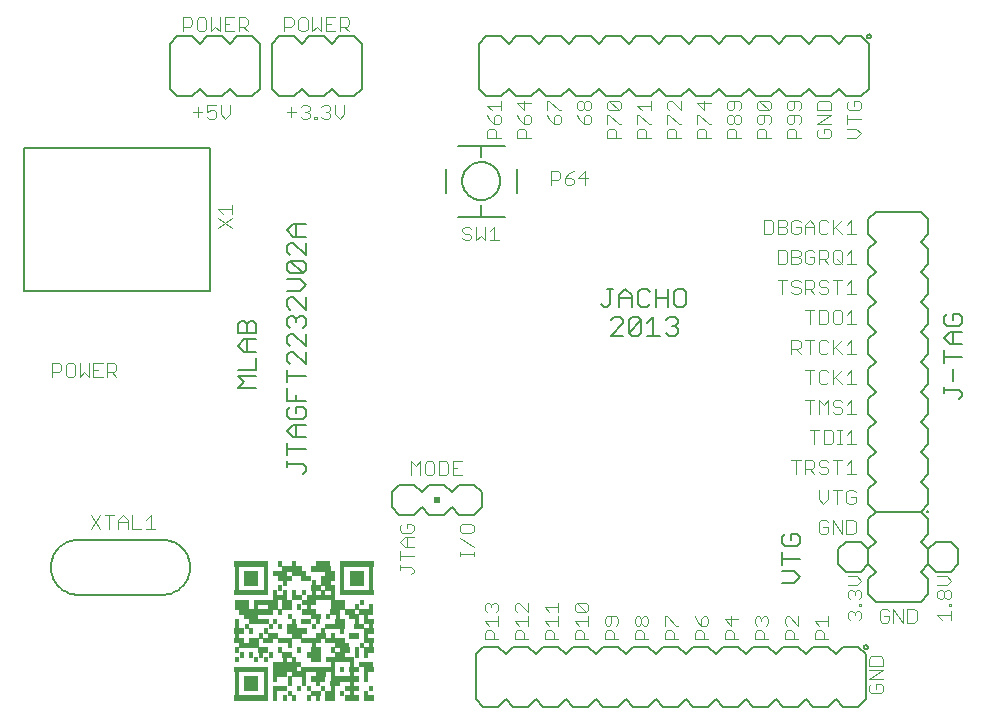
<source format=gbr>
G75*
G70*
%OFA0B0*%
%FSLAX24Y24*%
%IPPOS*%
%LPD*%
%AMOC8*
5,1,8,0,0,1.08239X$1,22.5*
%
%ADD10C,0.0040*%
%ADD11C,0.0050*%
%ADD12R,0.1117X0.0011*%
%ADD13R,0.0160X0.0011*%
%ADD14R,0.0319X0.0011*%
%ADD15R,0.0479X0.0011*%
%ADD16R,0.0957X0.0011*%
%ADD17R,0.0798X0.0011*%
%ADD18R,0.0638X0.0011*%
%ADD19C,0.0060*%
%ADD20R,0.0200X0.0200*%
D10*
X005895Y023820D02*
X005895Y024280D01*
X006125Y024280D01*
X006202Y024204D01*
X006202Y024050D01*
X006125Y023973D01*
X005895Y023973D01*
X006586Y024280D02*
X006432Y024280D01*
X006355Y024204D01*
X006355Y023897D01*
X006432Y023820D01*
X006586Y023820D01*
X006662Y023897D01*
X006662Y024204D01*
X006586Y024280D01*
X006816Y024280D02*
X006816Y023820D01*
X006969Y023973D01*
X007123Y023820D01*
X007123Y024280D01*
X007583Y024280D02*
X007276Y024280D01*
X007276Y023820D01*
X007583Y023820D01*
X007430Y024050D02*
X007276Y024050D01*
X007737Y023820D02*
X007737Y024280D01*
X007967Y024280D01*
X008043Y024204D01*
X008043Y024050D01*
X007967Y023973D01*
X007737Y023973D01*
X007890Y023973D02*
X008043Y023820D01*
X009270Y023820D02*
X009270Y024280D01*
X009500Y024280D01*
X009577Y024204D01*
X009577Y024050D01*
X009500Y023973D01*
X009270Y023973D01*
X009961Y024280D02*
X009807Y024280D01*
X009730Y024204D01*
X009730Y023897D01*
X009807Y023820D01*
X009961Y023820D01*
X010037Y023897D01*
X010037Y024204D01*
X009961Y024280D01*
X010191Y024280D02*
X010191Y023820D01*
X010344Y023973D01*
X010498Y023820D01*
X010498Y024280D01*
X010958Y024280D02*
X010651Y024280D01*
X010651Y023820D01*
X010958Y023820D01*
X010805Y024050D02*
X010651Y024050D01*
X011112Y023820D02*
X011112Y024280D01*
X011342Y024280D01*
X011418Y024204D01*
X011418Y024050D01*
X011342Y023973D01*
X011112Y023973D01*
X011265Y023973D02*
X011418Y023820D01*
X006527Y021125D02*
X006220Y021125D01*
X006373Y020972D02*
X006373Y021279D01*
X006987Y021355D02*
X006680Y021355D01*
X006680Y021125D01*
X006834Y021202D01*
X006911Y021202D01*
X006987Y021125D01*
X006987Y020972D01*
X006911Y020895D01*
X006757Y020895D01*
X006680Y020972D01*
X007141Y021355D02*
X007141Y021048D01*
X007294Y020895D01*
X007448Y021048D01*
X007448Y021355D01*
X009345Y021125D02*
X009652Y021125D01*
X009498Y021279D02*
X009498Y020972D01*
X009805Y021279D02*
X009882Y021355D01*
X010036Y021355D01*
X010112Y021279D01*
X010112Y021202D01*
X010036Y021125D01*
X009959Y021125D01*
X010036Y021125D02*
X010112Y021048D01*
X010112Y020972D01*
X010036Y020895D01*
X009882Y020895D01*
X009805Y020972D01*
X010266Y020895D02*
X010266Y020972D01*
X010343Y020972D01*
X010343Y020895D01*
X010266Y020895D01*
X010496Y021279D02*
X010573Y021355D01*
X010726Y021355D01*
X010803Y021279D01*
X010803Y021202D01*
X010726Y021125D01*
X010649Y021125D01*
X010726Y021125D02*
X010803Y021048D01*
X010803Y020972D01*
X010726Y020895D01*
X010573Y020895D01*
X010496Y020972D01*
X010956Y021355D02*
X010956Y021048D01*
X011110Y020895D01*
X011263Y021048D01*
X011263Y021355D01*
X001520Y012295D02*
X001520Y012755D01*
X001750Y012755D01*
X001827Y012679D01*
X001827Y012525D01*
X001750Y012448D01*
X001520Y012448D01*
X002211Y012755D02*
X002057Y012755D01*
X001980Y012679D01*
X001980Y012372D01*
X002057Y012295D01*
X002211Y012295D01*
X002287Y012372D01*
X002287Y012679D01*
X002211Y012755D01*
X002441Y012755D02*
X002441Y012295D01*
X002594Y012448D01*
X002748Y012295D01*
X002748Y012755D01*
X003208Y012755D02*
X002901Y012755D01*
X002901Y012295D01*
X003208Y012295D01*
X003055Y012525D02*
X002901Y012525D01*
X003362Y012295D02*
X003362Y012755D01*
X003592Y012755D01*
X003668Y012679D01*
X003668Y012525D01*
X003592Y012448D01*
X003362Y012448D01*
X003515Y012448D02*
X003668Y012295D01*
X018145Y018695D02*
X018145Y019155D01*
X018375Y019155D01*
X018452Y019079D01*
X018452Y018925D01*
X018375Y018848D01*
X018145Y018848D01*
X018912Y019155D02*
X018759Y019079D01*
X018605Y018925D01*
X018605Y018772D01*
X018682Y018695D01*
X018836Y018695D01*
X018912Y018772D01*
X018912Y018848D01*
X018836Y018925D01*
X018605Y018925D01*
X019296Y018695D02*
X019296Y019155D01*
X019066Y018925D01*
X019373Y018925D01*
X013495Y009020D02*
X013495Y009480D01*
X013648Y009327D01*
X013802Y009480D01*
X013802Y009020D01*
X014186Y009480D02*
X014032Y009480D01*
X013955Y009404D01*
X013955Y009097D01*
X014032Y009020D01*
X014186Y009020D01*
X014262Y009097D01*
X014262Y009404D01*
X014186Y009480D01*
X014416Y009480D02*
X014416Y009020D01*
X014646Y009020D01*
X014723Y009097D01*
X014723Y009404D01*
X014646Y009480D01*
X014416Y009480D01*
X015183Y009480D02*
X014876Y009480D01*
X014876Y009020D01*
X015183Y009020D01*
X015030Y009250D02*
X014876Y009250D01*
X015580Y006473D02*
X015580Y006320D01*
X015580Y006397D02*
X015120Y006397D01*
X015120Y006473D02*
X015120Y006320D01*
X015580Y006627D02*
X015120Y006934D01*
X015120Y007318D02*
X015120Y007164D01*
X015196Y007087D01*
X015503Y007087D01*
X015580Y007164D01*
X015580Y007318D01*
X015503Y007394D01*
X015196Y007394D01*
X015120Y007318D01*
X013503Y005720D02*
X013580Y005797D01*
X013580Y005873D01*
X013503Y005950D01*
X013120Y005950D01*
X013120Y005873D02*
X013120Y006027D01*
X013120Y006334D02*
X013580Y006334D01*
X013120Y006487D02*
X013120Y006180D01*
X013580Y006641D02*
X013273Y006641D01*
X013120Y006794D01*
X013273Y006948D01*
X013580Y006948D01*
X013350Y006948D02*
X013350Y006641D01*
X013196Y007408D02*
X013120Y007331D01*
X013120Y007178D01*
X013196Y007101D01*
X013503Y007101D01*
X013580Y007178D01*
X013580Y007331D01*
X013503Y007408D01*
X013350Y007408D01*
X013350Y007255D01*
X016485Y020264D02*
X016025Y020264D01*
X016025Y020494D01*
X016101Y020571D01*
X016255Y020571D01*
X016332Y020494D01*
X016332Y020264D01*
X016025Y021031D02*
X016101Y020878D01*
X016255Y020724D01*
X016408Y020724D01*
X016485Y020801D01*
X016485Y020954D01*
X016408Y021031D01*
X016332Y021031D01*
X016255Y020954D01*
X016255Y020724D01*
X016178Y021185D02*
X016025Y021338D01*
X016485Y021338D01*
X016485Y021185D02*
X016485Y021492D01*
X017485Y020264D02*
X017025Y020264D01*
X017025Y020494D01*
X017101Y020571D01*
X017255Y020571D01*
X017332Y020494D01*
X017332Y020264D01*
X017025Y021031D02*
X017101Y020878D01*
X017255Y020724D01*
X017408Y020724D01*
X017485Y020801D01*
X017485Y020954D01*
X017408Y021031D01*
X017332Y021031D01*
X017255Y020954D01*
X017255Y020724D01*
X017485Y021415D02*
X017025Y021415D01*
X017255Y021185D01*
X017255Y021492D01*
X018025Y021031D02*
X018101Y020878D01*
X018255Y020724D01*
X018408Y020724D01*
X018485Y020801D01*
X018485Y020954D01*
X018408Y021031D01*
X018332Y021031D01*
X018255Y020954D01*
X018255Y020724D01*
X018025Y021185D02*
X018025Y021492D01*
X018101Y021492D01*
X018408Y021185D01*
X018485Y021185D01*
X019025Y021031D02*
X019101Y020878D01*
X019255Y020724D01*
X019408Y020724D01*
X019485Y020801D01*
X019485Y020954D01*
X019408Y021031D01*
X019332Y021031D01*
X019255Y020954D01*
X019255Y020724D01*
X019101Y021185D02*
X019025Y021261D01*
X019025Y021415D01*
X019101Y021492D01*
X019178Y021492D01*
X019255Y021415D01*
X019332Y021492D01*
X019408Y021492D01*
X019485Y021415D01*
X019485Y021261D01*
X019408Y021185D01*
X019332Y021185D01*
X019255Y021261D01*
X019178Y021185D01*
X019101Y021185D01*
X019255Y021261D02*
X019255Y021415D01*
X020485Y020264D02*
X020025Y020264D01*
X020025Y020494D01*
X020101Y020571D01*
X020255Y020571D01*
X020332Y020494D01*
X020332Y020264D01*
X020025Y020724D02*
X020025Y021031D01*
X020101Y021031D01*
X020408Y020724D01*
X020485Y020724D01*
X020408Y021185D02*
X020101Y021185D01*
X020025Y021261D01*
X020025Y021415D01*
X020101Y021492D01*
X020408Y021492D01*
X020485Y021415D01*
X020485Y021261D01*
X020408Y021185D01*
X020101Y021492D01*
X021485Y020264D02*
X021025Y020264D01*
X021025Y020494D01*
X021101Y020571D01*
X021255Y020571D01*
X021332Y020494D01*
X021332Y020264D01*
X021025Y020724D02*
X021025Y021031D01*
X021101Y021031D01*
X021408Y020724D01*
X021485Y020724D01*
X021178Y021185D02*
X021025Y021338D01*
X021485Y021338D01*
X021485Y021185D02*
X021485Y021492D01*
X022485Y020264D02*
X022025Y020264D01*
X022025Y020494D01*
X022101Y020571D01*
X022255Y020571D01*
X022332Y020494D01*
X022332Y020264D01*
X022025Y020724D02*
X022025Y021031D01*
X022101Y021031D01*
X022408Y020724D01*
X022485Y020724D01*
X022485Y021492D02*
X022485Y021185D01*
X022178Y021492D01*
X022101Y021492D01*
X022025Y021415D01*
X022025Y021261D01*
X022101Y021185D01*
X023485Y020264D02*
X023025Y020264D01*
X023025Y020494D01*
X023101Y020571D01*
X023255Y020571D01*
X023332Y020494D01*
X023332Y020264D01*
X023025Y020724D02*
X023025Y021031D01*
X023101Y021031D01*
X023408Y020724D01*
X023485Y020724D01*
X023485Y021415D02*
X023025Y021415D01*
X023255Y021185D01*
X023255Y021492D01*
X024485Y020264D02*
X024025Y020264D01*
X024025Y020494D01*
X024101Y020571D01*
X024255Y020571D01*
X024332Y020494D01*
X024332Y020264D01*
X024101Y020724D02*
X024025Y020801D01*
X024025Y020954D01*
X024101Y021031D01*
X024178Y021031D01*
X024255Y020954D01*
X024332Y021031D01*
X024408Y021031D01*
X024485Y020954D01*
X024485Y020801D01*
X024408Y020724D01*
X024332Y020724D01*
X024255Y020801D01*
X024178Y020724D01*
X024101Y020724D01*
X024255Y020801D02*
X024255Y020954D01*
X024408Y021185D02*
X024485Y021261D01*
X024485Y021415D01*
X024408Y021492D01*
X024101Y021492D01*
X024025Y021415D01*
X024025Y021261D01*
X024101Y021185D01*
X024178Y021185D01*
X024255Y021261D01*
X024255Y021492D01*
X025485Y020264D02*
X025025Y020264D01*
X025025Y020494D01*
X025101Y020571D01*
X025255Y020571D01*
X025332Y020494D01*
X025332Y020264D01*
X025408Y020724D02*
X025485Y020801D01*
X025485Y020954D01*
X025408Y021031D01*
X025101Y021031D01*
X025025Y020954D01*
X025025Y020801D01*
X025101Y020724D01*
X025178Y020724D01*
X025255Y020801D01*
X025255Y021031D01*
X025408Y021185D02*
X025101Y021185D01*
X025025Y021261D01*
X025025Y021415D01*
X025101Y021492D01*
X025408Y021492D01*
X025485Y021415D01*
X025485Y021261D01*
X025408Y021185D01*
X025101Y021492D01*
X026485Y020264D02*
X026025Y020264D01*
X026025Y020494D01*
X026101Y020571D01*
X026255Y020571D01*
X026332Y020494D01*
X026332Y020264D01*
X026408Y020724D02*
X026485Y020801D01*
X026485Y020954D01*
X026408Y021031D01*
X026101Y021031D01*
X026025Y020954D01*
X026025Y020801D01*
X026101Y020724D01*
X026178Y020724D01*
X026255Y020801D01*
X026255Y021031D01*
X026408Y021185D02*
X026485Y021261D01*
X026485Y021415D01*
X026408Y021492D01*
X026101Y021492D01*
X026025Y021415D01*
X026025Y021261D01*
X026101Y021185D01*
X026178Y021185D01*
X026255Y021261D01*
X026255Y021492D01*
X027101Y020571D02*
X027025Y020494D01*
X027025Y020341D01*
X027101Y020264D01*
X027408Y020264D01*
X027485Y020341D01*
X027485Y020494D01*
X027408Y020571D01*
X027255Y020571D01*
X027255Y020417D01*
X027485Y020724D02*
X027025Y020724D01*
X027485Y021031D01*
X027025Y021031D01*
X027025Y021185D02*
X027485Y021185D01*
X027485Y021415D01*
X027408Y021492D01*
X027101Y021492D01*
X027025Y021415D01*
X027025Y021185D01*
X028025Y020264D02*
X028332Y020264D01*
X028485Y020417D01*
X028332Y020571D01*
X028025Y020571D01*
X028025Y020878D02*
X028485Y020878D01*
X028025Y021031D02*
X028025Y020724D01*
X028101Y021492D02*
X028025Y021415D01*
X028025Y021261D01*
X028101Y021185D01*
X028408Y021185D01*
X028485Y021261D01*
X028485Y021415D01*
X028408Y021492D01*
X028255Y021492D01*
X028255Y021338D01*
X028835Y002059D02*
X028759Y001982D01*
X028759Y001829D01*
X028835Y001752D01*
X029142Y001752D01*
X029219Y001829D01*
X029219Y001982D01*
X029142Y002059D01*
X028989Y002059D01*
X028989Y001906D01*
X029219Y002213D02*
X028759Y002213D01*
X029219Y002519D01*
X028759Y002519D01*
X028759Y002673D02*
X029219Y002673D01*
X029219Y002903D01*
X029142Y002980D01*
X028835Y002980D01*
X028759Y002903D01*
X028759Y002673D01*
X027400Y003545D02*
X026939Y003545D01*
X026939Y003775D01*
X027016Y003852D01*
X027170Y003852D01*
X027246Y003775D01*
X027246Y003545D01*
X027093Y004005D02*
X026939Y004159D01*
X027400Y004159D01*
X027400Y004312D02*
X027400Y004005D01*
X026400Y003545D02*
X025939Y003545D01*
X025939Y003775D01*
X026016Y003852D01*
X026170Y003852D01*
X026246Y003775D01*
X026246Y003545D01*
X026400Y004312D02*
X026400Y004005D01*
X026093Y004312D01*
X026016Y004312D01*
X025939Y004236D01*
X025939Y004082D01*
X026016Y004005D01*
X025400Y003545D02*
X024939Y003545D01*
X024939Y003775D01*
X025016Y003852D01*
X025170Y003852D01*
X025246Y003775D01*
X025246Y003545D01*
X025016Y004005D02*
X024939Y004082D01*
X024939Y004236D01*
X025016Y004312D01*
X025093Y004312D01*
X025170Y004236D01*
X025170Y004159D01*
X025170Y004236D02*
X025246Y004312D01*
X025323Y004312D01*
X025400Y004236D01*
X025400Y004082D01*
X025323Y004005D01*
X024400Y003545D02*
X023939Y003545D01*
X023939Y003775D01*
X024016Y003852D01*
X024170Y003852D01*
X024246Y003775D01*
X024246Y003545D01*
X024400Y004236D02*
X023939Y004236D01*
X024170Y004005D01*
X024170Y004312D01*
X023400Y003545D02*
X022939Y003545D01*
X022939Y003775D01*
X023016Y003852D01*
X023170Y003852D01*
X023246Y003775D01*
X023246Y003545D01*
X022939Y004312D02*
X023016Y004159D01*
X023170Y004005D01*
X023323Y004005D01*
X023400Y004082D01*
X023400Y004236D01*
X023323Y004312D01*
X023246Y004312D01*
X023170Y004236D01*
X023170Y004005D01*
X022400Y003545D02*
X021939Y003545D01*
X021939Y003775D01*
X022016Y003852D01*
X022170Y003852D01*
X022246Y003775D01*
X022246Y003545D01*
X021939Y004005D02*
X021939Y004312D01*
X022016Y004312D01*
X022323Y004005D01*
X022400Y004005D01*
X021400Y003545D02*
X020939Y003545D01*
X020939Y003775D01*
X021016Y003852D01*
X021170Y003852D01*
X021246Y003775D01*
X021246Y003545D01*
X021016Y004005D02*
X020939Y004082D01*
X020939Y004236D01*
X021016Y004312D01*
X021093Y004312D01*
X021170Y004236D01*
X021246Y004312D01*
X021323Y004312D01*
X021400Y004236D01*
X021400Y004082D01*
X021323Y004005D01*
X021246Y004005D01*
X021170Y004082D01*
X021093Y004005D01*
X021016Y004005D01*
X021170Y004082D02*
X021170Y004236D01*
X020400Y003545D02*
X019939Y003545D01*
X019939Y003775D01*
X020016Y003852D01*
X020170Y003852D01*
X020246Y003775D01*
X020246Y003545D01*
X020323Y004005D02*
X020400Y004082D01*
X020400Y004236D01*
X020323Y004312D01*
X020016Y004312D01*
X019939Y004236D01*
X019939Y004082D01*
X020016Y004005D01*
X020093Y004005D01*
X020170Y004082D01*
X020170Y004312D01*
X019400Y003545D02*
X018939Y003545D01*
X018939Y003775D01*
X019016Y003852D01*
X019170Y003852D01*
X019246Y003775D01*
X019246Y003545D01*
X019093Y004005D02*
X018939Y004159D01*
X019400Y004159D01*
X019400Y004312D02*
X019400Y004005D01*
X019323Y004466D02*
X019016Y004466D01*
X018939Y004543D01*
X018939Y004696D01*
X019016Y004773D01*
X019323Y004773D01*
X019400Y004696D01*
X019400Y004543D01*
X019323Y004466D01*
X019016Y004773D01*
X018400Y003545D02*
X017939Y003545D01*
X017939Y003775D01*
X018016Y003852D01*
X018170Y003852D01*
X018246Y003775D01*
X018246Y003545D01*
X018093Y004005D02*
X017939Y004159D01*
X018400Y004159D01*
X018400Y004312D02*
X018400Y004005D01*
X018093Y004466D02*
X017939Y004619D01*
X018400Y004619D01*
X018400Y004466D02*
X018400Y004773D01*
X017400Y003545D02*
X016939Y003545D01*
X016939Y003775D01*
X017016Y003852D01*
X017170Y003852D01*
X017246Y003775D01*
X017246Y003545D01*
X017093Y004005D02*
X016939Y004159D01*
X017400Y004159D01*
X017400Y004312D02*
X017400Y004005D01*
X017400Y004773D02*
X017400Y004466D01*
X017093Y004773D01*
X017016Y004773D01*
X016939Y004696D01*
X016939Y004543D01*
X017016Y004466D01*
X016400Y003545D02*
X015939Y003545D01*
X015939Y003775D01*
X016016Y003852D01*
X016170Y003852D01*
X016246Y003775D01*
X016246Y003545D01*
X016093Y004005D02*
X015939Y004159D01*
X016400Y004159D01*
X016400Y004312D02*
X016400Y004005D01*
X016016Y004466D02*
X015939Y004543D01*
X015939Y004696D01*
X016016Y004773D01*
X016093Y004773D01*
X016170Y004696D01*
X016170Y004619D01*
X016170Y004696D02*
X016246Y004773D01*
X016323Y004773D01*
X016400Y004696D01*
X016400Y004543D01*
X016323Y004466D01*
X025247Y017525D02*
X025247Y017065D01*
X025477Y017065D01*
X025554Y017142D01*
X025554Y017449D01*
X025477Y017525D01*
X025247Y017525D01*
X025708Y017065D02*
X025708Y017525D01*
X025938Y017525D01*
X026015Y017449D01*
X026015Y017372D01*
X025938Y017295D01*
X026015Y017218D01*
X026015Y017142D01*
X025938Y017065D01*
X025708Y017065D01*
X025708Y017295D02*
X025938Y017295D01*
X026475Y017449D02*
X026398Y017525D01*
X026245Y017525D01*
X026168Y017449D01*
X026168Y017142D01*
X026245Y017065D01*
X026398Y017065D01*
X026475Y017142D01*
X026475Y017295D01*
X026321Y017295D01*
X026628Y017065D02*
X026628Y017372D01*
X026782Y017525D01*
X026935Y017372D01*
X026935Y017065D01*
X026935Y017295D02*
X026628Y017295D01*
X027396Y017449D02*
X027319Y017525D01*
X027166Y017525D01*
X027089Y017449D01*
X027089Y017142D01*
X027166Y017065D01*
X027319Y017065D01*
X027396Y017142D01*
X027549Y017065D02*
X027549Y017525D01*
X027549Y017218D02*
X027856Y017525D01*
X027626Y017295D02*
X027856Y017065D01*
X028010Y017372D02*
X028163Y017525D01*
X028163Y017065D01*
X028010Y017065D02*
X028317Y017065D01*
X025708Y016525D02*
X025708Y016065D01*
X025938Y016065D01*
X026015Y016142D01*
X026015Y016449D01*
X025938Y016525D01*
X025708Y016525D01*
X026168Y016065D02*
X026168Y016525D01*
X026398Y016525D01*
X026475Y016449D01*
X026475Y016372D01*
X026398Y016295D01*
X026475Y016218D01*
X026475Y016142D01*
X026398Y016065D01*
X026168Y016065D01*
X026168Y016295D02*
X026398Y016295D01*
X026935Y016449D02*
X026859Y016525D01*
X026705Y016525D01*
X026628Y016449D01*
X026628Y016142D01*
X026705Y016065D01*
X026859Y016065D01*
X026935Y016142D01*
X026935Y016295D01*
X026782Y016295D01*
X027089Y016065D02*
X027089Y016525D01*
X027319Y016525D01*
X027396Y016449D01*
X027396Y016295D01*
X027319Y016218D01*
X027089Y016218D01*
X027242Y016218D02*
X027396Y016065D01*
X027549Y016142D02*
X027549Y016449D01*
X027626Y016525D01*
X027779Y016525D01*
X027856Y016449D01*
X027856Y016142D01*
X027779Y016065D01*
X027626Y016065D01*
X027549Y016142D01*
X027703Y016218D02*
X027856Y016065D01*
X028010Y016372D02*
X028163Y016525D01*
X028163Y016065D01*
X028010Y016065D02*
X028317Y016065D01*
X025861Y015525D02*
X025861Y015065D01*
X025708Y015525D02*
X026015Y015525D01*
X026475Y015449D02*
X026398Y015525D01*
X026245Y015525D01*
X026168Y015449D01*
X026168Y015372D01*
X026245Y015295D01*
X026398Y015295D01*
X026475Y015218D01*
X026475Y015142D01*
X026398Y015065D01*
X026245Y015065D01*
X026168Y015142D01*
X026628Y015065D02*
X026628Y015525D01*
X026859Y015525D01*
X026935Y015449D01*
X026935Y015295D01*
X026859Y015218D01*
X026628Y015218D01*
X026782Y015218D02*
X026935Y015065D01*
X027396Y015449D02*
X027319Y015525D01*
X027166Y015525D01*
X027089Y015449D01*
X027089Y015372D01*
X027166Y015295D01*
X027319Y015295D01*
X027396Y015218D01*
X027396Y015142D01*
X027319Y015065D01*
X027166Y015065D01*
X027089Y015142D01*
X027703Y015065D02*
X027703Y015525D01*
X027856Y015525D02*
X027549Y015525D01*
X028010Y015372D02*
X028163Y015525D01*
X028163Y015065D01*
X028010Y015065D02*
X028317Y015065D01*
X026782Y014525D02*
X026782Y014065D01*
X026935Y014525D02*
X026628Y014525D01*
X027089Y014525D02*
X027089Y014065D01*
X027319Y014065D01*
X027396Y014142D01*
X027396Y014449D01*
X027319Y014525D01*
X027089Y014525D01*
X027779Y014525D02*
X027626Y014525D01*
X027549Y014449D01*
X027549Y014142D01*
X027626Y014065D01*
X027779Y014065D01*
X027856Y014142D01*
X027856Y014449D01*
X027779Y014525D01*
X028010Y014372D02*
X028163Y014525D01*
X028163Y014065D01*
X028010Y014065D02*
X028317Y014065D01*
X026168Y013065D02*
X026168Y013525D01*
X026398Y013525D01*
X026475Y013449D01*
X026475Y013295D01*
X026398Y013218D01*
X026168Y013218D01*
X026321Y013218D02*
X026475Y013065D01*
X026782Y013065D02*
X026782Y013525D01*
X026935Y013525D02*
X026628Y013525D01*
X027396Y013449D02*
X027319Y013525D01*
X027166Y013525D01*
X027089Y013449D01*
X027089Y013142D01*
X027166Y013065D01*
X027319Y013065D01*
X027396Y013142D01*
X027549Y013065D02*
X027549Y013525D01*
X027549Y013218D02*
X027856Y013525D01*
X027626Y013295D02*
X027856Y013065D01*
X028010Y013372D02*
X028163Y013525D01*
X028163Y013065D01*
X028010Y013065D02*
X028317Y013065D01*
X026782Y012525D02*
X026782Y012065D01*
X026935Y012525D02*
X026628Y012525D01*
X027396Y012449D02*
X027319Y012525D01*
X027166Y012525D01*
X027089Y012449D01*
X027089Y012142D01*
X027166Y012065D01*
X027319Y012065D01*
X027396Y012142D01*
X027549Y012065D02*
X027549Y012525D01*
X027549Y012218D02*
X027856Y012525D01*
X027626Y012295D02*
X027856Y012065D01*
X028010Y012372D02*
X028163Y012525D01*
X028163Y012065D01*
X028010Y012065D02*
X028317Y012065D01*
X026782Y011525D02*
X026782Y011065D01*
X026935Y011525D02*
X026628Y011525D01*
X027089Y011065D02*
X027089Y011525D01*
X027242Y011372D01*
X027396Y011525D01*
X027396Y011065D01*
X027856Y011449D02*
X027779Y011525D01*
X027626Y011525D01*
X027549Y011449D01*
X027549Y011372D01*
X027626Y011295D01*
X027779Y011295D01*
X027856Y011218D01*
X027856Y011142D01*
X027779Y011065D01*
X027626Y011065D01*
X027549Y011142D01*
X028010Y011372D02*
X028163Y011525D01*
X028163Y011065D01*
X028010Y011065D02*
X028317Y011065D01*
X026935Y010525D02*
X026935Y010065D01*
X026782Y010525D02*
X027089Y010525D01*
X027242Y010525D02*
X027242Y010065D01*
X027472Y010065D01*
X027549Y010142D01*
X027549Y010449D01*
X027472Y010525D01*
X027242Y010525D01*
X027703Y010065D02*
X027856Y010065D01*
X027779Y010065D02*
X027779Y010525D01*
X027703Y010525D02*
X027856Y010525D01*
X028010Y010372D02*
X028163Y010525D01*
X028163Y010065D01*
X028010Y010065D02*
X028317Y010065D01*
X026321Y009525D02*
X026321Y009065D01*
X026168Y009525D02*
X026475Y009525D01*
X026628Y009065D02*
X026628Y009525D01*
X026859Y009525D01*
X026935Y009449D01*
X026935Y009295D01*
X026859Y009218D01*
X026628Y009218D01*
X026782Y009218D02*
X026935Y009065D01*
X027396Y009449D02*
X027319Y009525D01*
X027166Y009525D01*
X027089Y009449D01*
X027089Y009372D01*
X027166Y009295D01*
X027319Y009295D01*
X027396Y009218D01*
X027396Y009142D01*
X027319Y009065D01*
X027166Y009065D01*
X027089Y009142D01*
X027703Y009065D02*
X027703Y009525D01*
X027856Y009525D02*
X027549Y009525D01*
X028010Y009372D02*
X028163Y009525D01*
X028163Y009065D01*
X028010Y009065D02*
X028317Y009065D01*
X027078Y008527D02*
X027078Y008220D01*
X027232Y008066D01*
X027385Y008220D01*
X027385Y008527D01*
X027692Y008527D02*
X027692Y008066D01*
X027539Y008527D02*
X027846Y008527D01*
X028306Y008450D02*
X028229Y008527D01*
X028076Y008527D01*
X027999Y008450D01*
X027999Y008143D01*
X028076Y008066D01*
X028229Y008066D01*
X028306Y008143D01*
X028306Y008297D01*
X028152Y008297D01*
X031183Y004196D02*
X031030Y004350D01*
X031490Y004350D01*
X031490Y004503D02*
X031490Y004196D01*
X031490Y004657D02*
X031413Y004657D01*
X031413Y004733D01*
X031490Y004733D01*
X031490Y004657D01*
X031106Y004887D02*
X031030Y004964D01*
X031030Y005117D01*
X031106Y005194D01*
X031183Y005194D01*
X031260Y005117D01*
X031337Y005194D01*
X031413Y005194D01*
X031490Y005117D01*
X031490Y004964D01*
X031413Y004887D01*
X031337Y004887D01*
X031260Y004964D01*
X031183Y004887D01*
X031106Y004887D01*
X031260Y004964D02*
X031260Y005117D01*
X031030Y005347D02*
X031337Y005347D01*
X031490Y005501D01*
X031337Y005654D01*
X031030Y005654D01*
X028117Y004196D02*
X028040Y004273D01*
X028040Y004426D01*
X028117Y004503D01*
X028194Y004503D01*
X028271Y004426D01*
X028271Y004350D01*
X028271Y004426D02*
X028347Y004503D01*
X028424Y004503D01*
X028501Y004426D01*
X028501Y004273D01*
X028424Y004196D01*
X028501Y004657D02*
X028424Y004657D01*
X028424Y004733D01*
X028501Y004733D01*
X028501Y004657D01*
X028117Y004887D02*
X028040Y004964D01*
X028040Y005117D01*
X028117Y005194D01*
X028194Y005194D01*
X028271Y005117D01*
X028271Y005040D01*
X028271Y005117D02*
X028347Y005194D01*
X028424Y005194D01*
X028501Y005117D01*
X028501Y004964D01*
X028424Y004887D01*
X028040Y005347D02*
X028347Y005347D01*
X028501Y005501D01*
X028347Y005654D01*
X028040Y005654D01*
X029417Y004491D02*
X029340Y004568D01*
X029187Y004568D01*
X029110Y004491D01*
X029110Y004184D01*
X029187Y004108D01*
X029340Y004108D01*
X029417Y004184D01*
X029417Y004338D01*
X029263Y004338D01*
X029570Y004108D02*
X029570Y004568D01*
X029877Y004108D01*
X029877Y004568D01*
X030031Y004568D02*
X030031Y004108D01*
X030261Y004108D01*
X030338Y004184D01*
X030338Y004491D01*
X030261Y004568D01*
X030031Y004568D01*
X027385Y007450D02*
X027308Y007527D01*
X027155Y007527D01*
X027078Y007450D01*
X027078Y007143D01*
X027155Y007067D01*
X027308Y007067D01*
X027385Y007143D01*
X027385Y007297D01*
X027232Y007297D01*
X027539Y007067D02*
X027539Y007527D01*
X027846Y007067D01*
X027846Y007527D01*
X027999Y007527D02*
X027999Y007067D01*
X028229Y007067D01*
X028306Y007143D01*
X028306Y007450D01*
X028229Y007527D01*
X027999Y007527D01*
X007525Y017581D02*
X007064Y017274D01*
X007064Y017581D02*
X007525Y017274D01*
X007218Y017735D02*
X007064Y017888D01*
X007525Y017888D01*
X007525Y017735D02*
X007525Y018041D01*
X002815Y007685D02*
X003122Y007224D01*
X002815Y007224D02*
X003122Y007685D01*
X003429Y007685D02*
X003429Y007224D01*
X003276Y007685D02*
X003582Y007685D01*
X003736Y007224D02*
X003736Y007531D01*
X003889Y007685D01*
X004043Y007531D01*
X004043Y007224D01*
X004043Y007454D02*
X003736Y007454D01*
X004196Y007685D02*
X004196Y007224D01*
X004503Y007224D01*
X004657Y007531D02*
X004810Y007685D01*
X004810Y007224D01*
X004657Y007224D02*
X004964Y007224D01*
X015502Y017229D02*
X015425Y017305D01*
X015272Y017305D01*
X015195Y017229D01*
X015195Y017152D01*
X015272Y017075D01*
X015425Y017075D01*
X015502Y016998D01*
X015502Y016922D01*
X015425Y016845D01*
X015272Y016845D01*
X015195Y016922D01*
X015655Y017305D02*
X015655Y016845D01*
X015809Y016998D01*
X015962Y016845D01*
X015962Y017305D01*
X016116Y017152D02*
X016269Y017305D01*
X016269Y016845D01*
X016116Y016845D02*
X016423Y016845D01*
D11*
X008325Y011925D02*
X007714Y011925D01*
X007918Y012129D01*
X007714Y012332D01*
X008325Y012332D01*
X007714Y012533D02*
X008325Y012533D01*
X008325Y012940D01*
X008325Y013140D02*
X007918Y013140D01*
X007714Y013344D01*
X007918Y013547D01*
X008325Y013547D01*
X008020Y013547D02*
X008020Y013140D01*
X008325Y013748D02*
X007714Y013748D01*
X007714Y014053D01*
X007816Y014155D01*
X007918Y014155D01*
X008020Y014053D01*
X008121Y014155D01*
X008223Y014155D01*
X008325Y014053D01*
X008325Y013748D01*
X008020Y013748D02*
X008020Y014053D01*
X020557Y013675D02*
X020150Y013675D01*
X020557Y014082D01*
X020557Y014184D01*
X020455Y014286D01*
X020252Y014286D01*
X020150Y014184D01*
X020758Y013777D02*
X020758Y014184D01*
X020859Y014286D01*
X021063Y014286D01*
X021165Y014184D01*
X021165Y013777D01*
X021063Y013675D01*
X020859Y013675D01*
X020758Y013777D01*
X021165Y014184D01*
X021365Y014082D02*
X021569Y014286D01*
X021569Y013675D01*
X021772Y013675D02*
X021365Y013675D01*
X021973Y014184D02*
X022075Y014286D01*
X022278Y014286D01*
X022380Y014184D01*
X022380Y014082D01*
X022278Y013980D01*
X022177Y013980D01*
X022278Y013980D02*
X022380Y013879D01*
X022380Y013777D01*
X022278Y013675D01*
X022075Y013675D01*
X021973Y013777D01*
X009873Y009075D02*
X009975Y009177D01*
X009975Y009279D01*
X009873Y009380D01*
X009364Y009380D01*
X009364Y009279D02*
X009364Y009482D01*
X009364Y009886D02*
X009975Y009886D01*
X009364Y009683D02*
X009364Y010090D01*
X009975Y010290D02*
X009568Y010290D01*
X009364Y010494D01*
X009568Y010697D01*
X009975Y010697D01*
X009670Y010697D02*
X009670Y010290D01*
X009466Y011305D02*
X009364Y011203D01*
X009364Y011000D01*
X009466Y010898D01*
X009873Y010898D01*
X009975Y011000D01*
X009975Y011203D01*
X009873Y011305D01*
X009670Y011305D01*
X009670Y011102D01*
X009975Y011506D02*
X009364Y011506D01*
X009364Y011913D01*
X009670Y011709D02*
X009670Y011506D01*
X009975Y012317D02*
X009364Y012317D01*
X009364Y012114D02*
X009364Y012521D01*
X009975Y013128D02*
X009975Y012721D01*
X009568Y013128D01*
X009466Y013128D01*
X009364Y013027D01*
X009364Y012823D01*
X009466Y012721D01*
X009975Y013736D02*
X009975Y013329D01*
X009568Y013736D01*
X009466Y013736D01*
X009364Y013634D01*
X009364Y013431D01*
X009466Y013329D01*
X009466Y013937D02*
X009364Y014039D01*
X009364Y014242D01*
X009466Y014344D01*
X009568Y014344D01*
X009670Y014242D01*
X009670Y014140D01*
X009670Y014242D02*
X009771Y014344D01*
X009873Y014344D01*
X009975Y014242D01*
X009975Y014039D01*
X009873Y013937D01*
X009975Y014951D02*
X009975Y014544D01*
X009568Y014951D01*
X009466Y014951D01*
X009364Y014850D01*
X009364Y014646D01*
X009466Y014544D01*
X009364Y015152D02*
X009771Y015152D01*
X009975Y015356D01*
X009771Y015559D01*
X009364Y015559D01*
X009873Y015760D02*
X009466Y015760D01*
X009364Y015862D01*
X009364Y016065D01*
X009466Y016167D01*
X009873Y016167D01*
X009975Y016065D01*
X009975Y015862D01*
X009873Y015760D01*
X009466Y016167D01*
X009975Y016775D02*
X009975Y016368D01*
X009568Y016775D01*
X009466Y016775D01*
X009364Y016673D01*
X009364Y016469D01*
X009466Y016368D01*
X009975Y016975D02*
X009568Y016975D01*
X009364Y017179D01*
X009568Y017382D01*
X009975Y017382D01*
X009670Y017382D02*
X009670Y016975D01*
X019825Y014727D02*
X019927Y014625D01*
X020029Y014625D01*
X020130Y014727D01*
X020130Y015236D01*
X020029Y015236D02*
X020232Y015236D01*
X020433Y014625D02*
X020433Y015032D01*
X020636Y015236D01*
X020840Y015032D01*
X020840Y014625D01*
X020840Y014930D02*
X020433Y014930D01*
X021447Y015134D02*
X021346Y015236D01*
X021142Y015236D01*
X021040Y015134D01*
X021040Y014727D01*
X021142Y014625D01*
X021346Y014625D01*
X021447Y014727D01*
X021648Y014625D02*
X021648Y015236D01*
X021648Y014930D02*
X022055Y014930D01*
X022055Y014625D02*
X022055Y015236D01*
X022561Y015236D02*
X022358Y015236D01*
X022256Y015134D01*
X022256Y014727D01*
X022358Y014625D01*
X022561Y014625D01*
X022663Y014727D01*
X022663Y015134D01*
X022561Y015236D01*
X031762Y011557D02*
X031864Y011659D01*
X031864Y011761D01*
X031762Y011863D01*
X031253Y011863D01*
X031253Y011964D02*
X031253Y011761D01*
X031559Y012165D02*
X031559Y012572D01*
X031864Y012976D02*
X031253Y012976D01*
X031253Y012773D02*
X031253Y013180D01*
X031864Y013381D02*
X031457Y013381D01*
X031253Y013584D01*
X031457Y013788D01*
X031864Y013788D01*
X031559Y013788D02*
X031559Y013381D01*
X031355Y014395D02*
X031253Y014294D01*
X031253Y014090D01*
X031355Y013988D01*
X031762Y013988D01*
X031864Y014090D01*
X031864Y014294D01*
X031762Y014395D01*
X031559Y014395D01*
X031559Y014192D01*
X025849Y005430D02*
X026256Y005430D01*
X026460Y005634D01*
X026256Y005837D01*
X025849Y005837D01*
X025849Y006241D02*
X026460Y006241D01*
X025849Y006038D02*
X025849Y006445D01*
X025951Y007053D02*
X025849Y006951D01*
X025849Y006747D01*
X025951Y006646D01*
X026358Y006646D01*
X026460Y006747D01*
X026460Y006951D01*
X026358Y007053D01*
X026155Y007053D01*
X026155Y006849D01*
X000595Y019932D02*
X000595Y015168D01*
X006776Y015168D01*
X006776Y019932D01*
X000595Y019932D01*
X002359Y006865D02*
X002300Y006861D01*
X002241Y006853D01*
X002182Y006841D01*
X002125Y006825D01*
X002069Y006805D01*
X002014Y006782D01*
X001960Y006755D01*
X001909Y006725D01*
X001860Y006692D01*
X001812Y006655D01*
X001768Y006616D01*
X001726Y006573D01*
X001687Y006528D01*
X001651Y006481D01*
X001618Y006431D01*
X001588Y006380D01*
X001562Y006326D01*
X001539Y006271D01*
X001520Y006214D01*
X001505Y006157D01*
X001493Y006098D01*
X001485Y006039D01*
X001481Y005980D01*
X001481Y005920D01*
X001485Y005861D01*
X001493Y005802D01*
X001505Y005743D01*
X001520Y005686D01*
X001539Y005629D01*
X001562Y005574D01*
X001588Y005520D01*
X001618Y005469D01*
X001651Y005419D01*
X001687Y005372D01*
X001726Y005327D01*
X001768Y005284D01*
X001812Y005245D01*
X001860Y005208D01*
X001909Y005175D01*
X001960Y005145D01*
X002014Y005118D01*
X002069Y005095D01*
X002125Y005075D01*
X002182Y005059D01*
X002241Y005047D01*
X002300Y005039D01*
X002359Y005035D01*
X005241Y005035D02*
X005300Y005039D01*
X005359Y005047D01*
X005418Y005059D01*
X005475Y005075D01*
X005531Y005095D01*
X005586Y005118D01*
X005640Y005145D01*
X005691Y005175D01*
X005740Y005208D01*
X005788Y005245D01*
X005832Y005284D01*
X005874Y005327D01*
X005913Y005372D01*
X005949Y005419D01*
X005982Y005469D01*
X006012Y005520D01*
X006038Y005574D01*
X006061Y005629D01*
X006080Y005686D01*
X006095Y005743D01*
X006107Y005802D01*
X006115Y005861D01*
X006119Y005920D01*
X006119Y005980D01*
X006115Y006039D01*
X006107Y006098D01*
X006095Y006157D01*
X006080Y006214D01*
X006061Y006271D01*
X006038Y006326D01*
X006012Y006380D01*
X005982Y006431D01*
X005949Y006481D01*
X005913Y006528D01*
X005874Y006573D01*
X005832Y006616D01*
X005788Y006655D01*
X005740Y006692D01*
X005691Y006725D01*
X005640Y006755D01*
X005586Y006782D01*
X005531Y006805D01*
X005475Y006825D01*
X005418Y006841D01*
X005359Y006853D01*
X005300Y006861D01*
X005241Y006865D01*
X002359Y006865D01*
X002359Y005035D02*
X005241Y005035D01*
X005229Y005037D01*
X016612Y017644D02*
X015825Y017644D01*
X015038Y017644D01*
X016612Y020006D02*
X015825Y020006D01*
X015038Y020006D01*
X015825Y018038D02*
X015825Y017644D01*
X015825Y019612D02*
X015825Y020006D01*
X017006Y019219D02*
X017006Y018431D01*
X014644Y018431D02*
X014644Y019219D01*
X015195Y018825D02*
X015197Y018875D01*
X015203Y018925D01*
X015213Y018974D01*
X015227Y019022D01*
X015244Y019069D01*
X015265Y019114D01*
X015290Y019158D01*
X015318Y019199D01*
X015350Y019238D01*
X015384Y019275D01*
X015421Y019309D01*
X015461Y019339D01*
X015503Y019366D01*
X015547Y019390D01*
X015593Y019411D01*
X015640Y019427D01*
X015688Y019440D01*
X015738Y019449D01*
X015787Y019454D01*
X015838Y019455D01*
X015888Y019452D01*
X015937Y019445D01*
X015986Y019434D01*
X016034Y019419D01*
X016080Y019401D01*
X016125Y019379D01*
X016168Y019353D01*
X016209Y019324D01*
X016248Y019292D01*
X016284Y019257D01*
X016316Y019219D01*
X016346Y019179D01*
X016373Y019136D01*
X016396Y019092D01*
X016415Y019046D01*
X016431Y018998D01*
X016443Y018949D01*
X016451Y018900D01*
X016455Y018850D01*
X016455Y018800D01*
X016451Y018750D01*
X016443Y018701D01*
X016431Y018652D01*
X016415Y018604D01*
X016396Y018558D01*
X016373Y018514D01*
X016346Y018471D01*
X016316Y018431D01*
X016284Y018393D01*
X016248Y018358D01*
X016209Y018326D01*
X016168Y018297D01*
X016125Y018271D01*
X016080Y018249D01*
X016034Y018231D01*
X015986Y018216D01*
X015937Y018205D01*
X015888Y018198D01*
X015838Y018195D01*
X015787Y018196D01*
X015738Y018201D01*
X015688Y018210D01*
X015640Y018223D01*
X015593Y018239D01*
X015547Y018260D01*
X015503Y018284D01*
X015461Y018311D01*
X015421Y018341D01*
X015384Y018375D01*
X015350Y018412D01*
X015318Y018451D01*
X015290Y018492D01*
X015265Y018536D01*
X015244Y018581D01*
X015227Y018628D01*
X015213Y018676D01*
X015203Y018725D01*
X015197Y018775D01*
X015195Y018825D01*
X028687Y023650D02*
X028689Y023665D01*
X028694Y023679D01*
X028703Y023692D01*
X028714Y023702D01*
X028728Y023709D01*
X028742Y023713D01*
X028758Y023713D01*
X028772Y023709D01*
X028786Y023702D01*
X028797Y023692D01*
X028806Y023679D01*
X028811Y023665D01*
X028813Y023650D01*
X028811Y023635D01*
X028806Y023621D01*
X028797Y023608D01*
X028786Y023598D01*
X028772Y023591D01*
X028758Y023587D01*
X028742Y023587D01*
X028728Y023591D01*
X028714Y023598D01*
X028703Y023608D01*
X028694Y023621D01*
X028689Y023635D01*
X028687Y023650D01*
X028587Y003300D02*
X028589Y003315D01*
X028594Y003329D01*
X028603Y003342D01*
X028614Y003352D01*
X028628Y003359D01*
X028642Y003363D01*
X028658Y003363D01*
X028672Y003359D01*
X028686Y003352D01*
X028697Y003342D01*
X028706Y003329D01*
X028711Y003315D01*
X028713Y003300D01*
X028711Y003285D01*
X028706Y003271D01*
X028697Y003258D01*
X028686Y003248D01*
X028672Y003241D01*
X028658Y003237D01*
X028642Y003237D01*
X028628Y003241D01*
X028614Y003248D01*
X028603Y003258D01*
X028594Y003271D01*
X028589Y003285D01*
X028587Y003300D01*
X030672Y007821D02*
X030674Y007830D01*
X030679Y007837D01*
X030686Y007842D01*
X030695Y007844D01*
X030704Y007842D01*
X030711Y007837D01*
X030716Y007830D01*
X030718Y007821D01*
X030716Y007812D01*
X030711Y007805D01*
X030704Y007800D01*
X030695Y007798D01*
X030686Y007800D01*
X030679Y007805D01*
X030674Y007812D01*
X030672Y007821D01*
D12*
X008167Y001501D03*
X008167Y001512D03*
X008167Y001522D03*
X008167Y001533D03*
X008167Y001544D03*
X008167Y001554D03*
X008167Y001565D03*
X008167Y001575D03*
X008167Y001586D03*
X008167Y001597D03*
X008167Y001607D03*
X008167Y001618D03*
X008167Y001629D03*
X008167Y001639D03*
X008167Y001650D03*
X008167Y002458D03*
X010401Y002458D03*
X008167Y002469D03*
X010401Y002469D03*
X008167Y002480D03*
X010401Y002480D03*
X008167Y002490D03*
X010401Y002490D03*
X008167Y002501D03*
X010401Y002501D03*
X008167Y002512D03*
X010401Y002512D03*
X008167Y002522D03*
X010401Y002522D03*
X008167Y002533D03*
X010401Y002533D03*
X008167Y002544D03*
X010401Y002544D03*
X008167Y002554D03*
X010401Y002554D03*
X008167Y002565D03*
X010401Y002565D03*
X008167Y002575D03*
X010401Y002575D03*
X008167Y002586D03*
X010401Y002586D03*
X008167Y002597D03*
X010401Y002597D03*
X008167Y002607D03*
X010401Y002607D03*
X008326Y004373D03*
X008326Y004384D03*
X008326Y004395D03*
X008326Y004405D03*
X008326Y004416D03*
X008326Y004426D03*
X008326Y004437D03*
X008326Y004448D03*
X008326Y004458D03*
X008326Y004469D03*
X008326Y004480D03*
X008326Y004490D03*
X008326Y004501D03*
X008326Y004512D03*
X008326Y004522D03*
X008167Y005011D03*
X011677Y005011D03*
X008167Y005022D03*
X011677Y005022D03*
X008167Y005033D03*
X011677Y005033D03*
X008167Y005043D03*
X011677Y005043D03*
X008167Y005054D03*
X011677Y005054D03*
X008167Y005065D03*
X011677Y005065D03*
X008167Y005075D03*
X011677Y005075D03*
X008167Y005086D03*
X011677Y005086D03*
X008167Y005097D03*
X011677Y005097D03*
X008167Y005107D03*
X011677Y005107D03*
X008167Y005118D03*
X011677Y005118D03*
X008167Y005129D03*
X011677Y005129D03*
X008167Y005139D03*
X011677Y005139D03*
X008167Y005150D03*
X011677Y005150D03*
X008167Y005160D03*
X011677Y005160D03*
X008167Y005969D03*
X011677Y005969D03*
X008167Y005980D03*
X011677Y005980D03*
X008167Y005990D03*
X011677Y005990D03*
X008167Y006001D03*
X011677Y006001D03*
X008167Y006011D03*
X011677Y006011D03*
X008167Y006022D03*
X011677Y006022D03*
X008167Y006033D03*
X011677Y006033D03*
X008167Y006043D03*
X011677Y006043D03*
X008167Y006054D03*
X011677Y006054D03*
X008167Y006065D03*
X011677Y006065D03*
X008167Y006075D03*
X011677Y006075D03*
X008167Y006086D03*
X011677Y006086D03*
X008167Y006097D03*
X011677Y006097D03*
X008167Y006107D03*
X011677Y006107D03*
X008167Y006118D03*
X011677Y006118D03*
D13*
X008964Y001501D03*
X009284Y001501D03*
X009603Y001501D03*
X010081Y001501D03*
X010401Y001501D03*
X008964Y001512D03*
X009284Y001512D03*
X009603Y001512D03*
X010081Y001512D03*
X010401Y001512D03*
X008964Y001522D03*
X009284Y001522D03*
X009603Y001522D03*
X010081Y001522D03*
X010401Y001522D03*
X008964Y001533D03*
X009284Y001533D03*
X009603Y001533D03*
X010081Y001533D03*
X010401Y001533D03*
X008964Y001544D03*
X009284Y001544D03*
X009603Y001544D03*
X010081Y001544D03*
X010401Y001544D03*
X008964Y001554D03*
X009284Y001554D03*
X009603Y001554D03*
X010081Y001554D03*
X010401Y001554D03*
X008964Y001565D03*
X009284Y001565D03*
X009603Y001565D03*
X010081Y001565D03*
X010401Y001565D03*
X008964Y001575D03*
X009284Y001575D03*
X009603Y001575D03*
X010081Y001575D03*
X010401Y001575D03*
X008964Y001586D03*
X009284Y001586D03*
X009603Y001586D03*
X010081Y001586D03*
X010401Y001586D03*
X008964Y001597D03*
X009284Y001597D03*
X009603Y001597D03*
X010081Y001597D03*
X010401Y001597D03*
X008964Y001607D03*
X009284Y001607D03*
X009603Y001607D03*
X010081Y001607D03*
X010401Y001607D03*
X008964Y001618D03*
X009284Y001618D03*
X009603Y001618D03*
X010081Y001618D03*
X010401Y001618D03*
X008964Y001629D03*
X009284Y001629D03*
X009603Y001629D03*
X010081Y001629D03*
X010401Y001629D03*
X008964Y001639D03*
X009284Y001639D03*
X009603Y001639D03*
X010081Y001639D03*
X010401Y001639D03*
X008964Y001650D03*
X009284Y001650D03*
X009603Y001650D03*
X010081Y001650D03*
X010401Y001650D03*
X007688Y001661D03*
X008645Y001661D03*
X008964Y001661D03*
X009443Y001661D03*
X011198Y001661D03*
X011518Y001661D03*
X011996Y001661D03*
X007688Y001671D03*
X008645Y001671D03*
X008964Y001671D03*
X009443Y001671D03*
X011198Y001671D03*
X011518Y001671D03*
X011996Y001671D03*
X007688Y001682D03*
X008645Y001682D03*
X008964Y001682D03*
X009443Y001682D03*
X011198Y001682D03*
X011518Y001682D03*
X011996Y001682D03*
X007688Y001693D03*
X008645Y001693D03*
X008964Y001693D03*
X009443Y001693D03*
X011198Y001693D03*
X011518Y001693D03*
X011996Y001693D03*
X007688Y001703D03*
X008645Y001703D03*
X008964Y001703D03*
X009443Y001703D03*
X011198Y001703D03*
X011518Y001703D03*
X011996Y001703D03*
X007688Y001714D03*
X008645Y001714D03*
X008964Y001714D03*
X009443Y001714D03*
X011198Y001714D03*
X011518Y001714D03*
X011996Y001714D03*
X007688Y001724D03*
X008645Y001724D03*
X008964Y001724D03*
X009443Y001724D03*
X011198Y001724D03*
X011518Y001724D03*
X011996Y001724D03*
X007688Y001735D03*
X008645Y001735D03*
X008964Y001735D03*
X009443Y001735D03*
X011198Y001735D03*
X011518Y001735D03*
X011996Y001735D03*
X007688Y001746D03*
X008645Y001746D03*
X008964Y001746D03*
X009443Y001746D03*
X011198Y001746D03*
X011518Y001746D03*
X011996Y001746D03*
X007688Y001756D03*
X008645Y001756D03*
X008964Y001756D03*
X009443Y001756D03*
X011198Y001756D03*
X011518Y001756D03*
X011996Y001756D03*
X007688Y001767D03*
X008645Y001767D03*
X008964Y001767D03*
X009443Y001767D03*
X011198Y001767D03*
X011518Y001767D03*
X011996Y001767D03*
X007688Y001778D03*
X008645Y001778D03*
X008964Y001778D03*
X009443Y001778D03*
X011198Y001778D03*
X011518Y001778D03*
X011996Y001778D03*
X007688Y001788D03*
X008645Y001788D03*
X008964Y001788D03*
X009443Y001788D03*
X011198Y001788D03*
X011518Y001788D03*
X011996Y001788D03*
X007688Y001799D03*
X008645Y001799D03*
X008964Y001799D03*
X009443Y001799D03*
X011198Y001799D03*
X011518Y001799D03*
X011996Y001799D03*
X007688Y001810D03*
X008645Y001810D03*
X008964Y001810D03*
X009443Y001810D03*
X011198Y001810D03*
X011518Y001810D03*
X011996Y001810D03*
X007688Y001820D03*
X008645Y001820D03*
X009762Y001820D03*
X010081Y001820D03*
X010560Y001820D03*
X010879Y001820D03*
X012156Y001820D03*
X007688Y001831D03*
X008645Y001831D03*
X009762Y001831D03*
X010081Y001831D03*
X010560Y001831D03*
X010879Y001831D03*
X012156Y001831D03*
X007688Y001841D03*
X008645Y001841D03*
X009762Y001841D03*
X010081Y001841D03*
X010560Y001841D03*
X010879Y001841D03*
X012156Y001841D03*
X007688Y001852D03*
X008645Y001852D03*
X009762Y001852D03*
X010081Y001852D03*
X010560Y001852D03*
X010879Y001852D03*
X012156Y001852D03*
X007688Y001863D03*
X008645Y001863D03*
X009762Y001863D03*
X010081Y001863D03*
X010560Y001863D03*
X010879Y001863D03*
X012156Y001863D03*
X007688Y001873D03*
X008645Y001873D03*
X009762Y001873D03*
X010081Y001873D03*
X010560Y001873D03*
X010879Y001873D03*
X012156Y001873D03*
X007688Y001884D03*
X008645Y001884D03*
X009762Y001884D03*
X010081Y001884D03*
X010560Y001884D03*
X010879Y001884D03*
X012156Y001884D03*
X007688Y001895D03*
X008645Y001895D03*
X009762Y001895D03*
X010081Y001895D03*
X010560Y001895D03*
X010879Y001895D03*
X012156Y001895D03*
X007688Y001905D03*
X008645Y001905D03*
X009762Y001905D03*
X010081Y001905D03*
X010560Y001905D03*
X010879Y001905D03*
X012156Y001905D03*
X007688Y001916D03*
X008645Y001916D03*
X009762Y001916D03*
X010081Y001916D03*
X010560Y001916D03*
X010879Y001916D03*
X012156Y001916D03*
X007688Y001927D03*
X008645Y001927D03*
X009762Y001927D03*
X010081Y001927D03*
X010560Y001927D03*
X010879Y001927D03*
X012156Y001927D03*
X007688Y001937D03*
X008645Y001937D03*
X009762Y001937D03*
X010081Y001937D03*
X010560Y001937D03*
X010879Y001937D03*
X012156Y001937D03*
X007688Y001948D03*
X008645Y001948D03*
X009762Y001948D03*
X010081Y001948D03*
X010560Y001948D03*
X010879Y001948D03*
X012156Y001948D03*
X007688Y001958D03*
X008645Y001958D03*
X009762Y001958D03*
X010081Y001958D03*
X010560Y001958D03*
X010879Y001958D03*
X012156Y001958D03*
X007688Y001969D03*
X008645Y001969D03*
X009762Y001969D03*
X010081Y001969D03*
X010560Y001969D03*
X010879Y001969D03*
X012156Y001969D03*
X007688Y001980D03*
X008645Y001980D03*
X009443Y001980D03*
X009922Y001980D03*
X010401Y001980D03*
X011518Y001980D03*
X007688Y001990D03*
X008645Y001990D03*
X009443Y001990D03*
X009922Y001990D03*
X010401Y001990D03*
X011518Y001990D03*
X007688Y002001D03*
X008645Y002001D03*
X009443Y002001D03*
X009922Y002001D03*
X010401Y002001D03*
X011518Y002001D03*
X007688Y002012D03*
X008645Y002012D03*
X009443Y002012D03*
X009922Y002012D03*
X010401Y002012D03*
X011518Y002012D03*
X007688Y002022D03*
X008645Y002022D03*
X009443Y002022D03*
X009922Y002022D03*
X010401Y002022D03*
X011518Y002022D03*
X007688Y002033D03*
X008645Y002033D03*
X009443Y002033D03*
X009922Y002033D03*
X010401Y002033D03*
X011518Y002033D03*
X007688Y002044D03*
X008645Y002044D03*
X009443Y002044D03*
X009922Y002044D03*
X010401Y002044D03*
X011518Y002044D03*
X007688Y002054D03*
X008645Y002054D03*
X009443Y002054D03*
X009922Y002054D03*
X010401Y002054D03*
X011518Y002054D03*
X007688Y002065D03*
X008645Y002065D03*
X009443Y002065D03*
X009922Y002065D03*
X010401Y002065D03*
X011518Y002065D03*
X007688Y002075D03*
X008645Y002075D03*
X009443Y002075D03*
X009922Y002075D03*
X010401Y002075D03*
X011518Y002075D03*
X007688Y002086D03*
X008645Y002086D03*
X009443Y002086D03*
X009922Y002086D03*
X010401Y002086D03*
X011518Y002086D03*
X007688Y002097D03*
X008645Y002097D03*
X009443Y002097D03*
X009922Y002097D03*
X010401Y002097D03*
X011518Y002097D03*
X007688Y002107D03*
X008645Y002107D03*
X009443Y002107D03*
X009922Y002107D03*
X010401Y002107D03*
X011518Y002107D03*
X007688Y002118D03*
X008645Y002118D03*
X009443Y002118D03*
X009922Y002118D03*
X010401Y002118D03*
X011518Y002118D03*
X007688Y002129D03*
X008645Y002129D03*
X009443Y002129D03*
X009922Y002129D03*
X010401Y002129D03*
X011518Y002129D03*
X007688Y002139D03*
X008645Y002139D03*
X008964Y002139D03*
X009443Y002139D03*
X009922Y002139D03*
X011996Y002139D03*
X007688Y002150D03*
X008645Y002150D03*
X008964Y002150D03*
X009443Y002150D03*
X009922Y002150D03*
X011996Y002150D03*
X007688Y002161D03*
X008645Y002161D03*
X008964Y002161D03*
X009443Y002161D03*
X009922Y002161D03*
X011996Y002161D03*
X007688Y002171D03*
X008645Y002171D03*
X008964Y002171D03*
X009443Y002171D03*
X009922Y002171D03*
X011996Y002171D03*
X007688Y002182D03*
X008645Y002182D03*
X008964Y002182D03*
X009443Y002182D03*
X009922Y002182D03*
X011996Y002182D03*
X007688Y002192D03*
X008645Y002192D03*
X008964Y002192D03*
X009443Y002192D03*
X009922Y002192D03*
X011996Y002192D03*
X007688Y002203D03*
X008645Y002203D03*
X008964Y002203D03*
X009443Y002203D03*
X009922Y002203D03*
X011996Y002203D03*
X007688Y002214D03*
X008645Y002214D03*
X008964Y002214D03*
X009443Y002214D03*
X009922Y002214D03*
X011996Y002214D03*
X007688Y002224D03*
X008645Y002224D03*
X008964Y002224D03*
X009443Y002224D03*
X009922Y002224D03*
X011996Y002224D03*
X007688Y002235D03*
X008645Y002235D03*
X008964Y002235D03*
X009443Y002235D03*
X009922Y002235D03*
X011996Y002235D03*
X007688Y002246D03*
X008645Y002246D03*
X008964Y002246D03*
X009443Y002246D03*
X009922Y002246D03*
X011996Y002246D03*
X007688Y002256D03*
X008645Y002256D03*
X008964Y002256D03*
X009443Y002256D03*
X009922Y002256D03*
X011996Y002256D03*
X007688Y002267D03*
X008645Y002267D03*
X008964Y002267D03*
X009443Y002267D03*
X009922Y002267D03*
X011996Y002267D03*
X007688Y002278D03*
X008645Y002278D03*
X008964Y002278D03*
X009443Y002278D03*
X009922Y002278D03*
X011996Y002278D03*
X007688Y002288D03*
X008645Y002288D03*
X008964Y002288D03*
X009443Y002288D03*
X009922Y002288D03*
X011996Y002288D03*
X007688Y002299D03*
X008645Y002299D03*
X010879Y002299D03*
X011518Y002299D03*
X011996Y002299D03*
X007688Y002309D03*
X008645Y002309D03*
X010879Y002309D03*
X011518Y002309D03*
X011996Y002309D03*
X007688Y002320D03*
X008645Y002320D03*
X010879Y002320D03*
X011518Y002320D03*
X011996Y002320D03*
X007688Y002331D03*
X008645Y002331D03*
X010879Y002331D03*
X011518Y002331D03*
X011996Y002331D03*
X007688Y002341D03*
X008645Y002341D03*
X010879Y002341D03*
X011518Y002341D03*
X011996Y002341D03*
X007688Y002352D03*
X008645Y002352D03*
X010879Y002352D03*
X011518Y002352D03*
X011996Y002352D03*
X007688Y002363D03*
X008645Y002363D03*
X010879Y002363D03*
X011518Y002363D03*
X011996Y002363D03*
X007688Y002373D03*
X008645Y002373D03*
X010879Y002373D03*
X011518Y002373D03*
X011996Y002373D03*
X007688Y002384D03*
X008645Y002384D03*
X010879Y002384D03*
X011518Y002384D03*
X011996Y002384D03*
X007688Y002395D03*
X008645Y002395D03*
X010879Y002395D03*
X011518Y002395D03*
X011996Y002395D03*
X007688Y002405D03*
X008645Y002405D03*
X010879Y002405D03*
X011518Y002405D03*
X011996Y002405D03*
X007688Y002416D03*
X008645Y002416D03*
X010879Y002416D03*
X011518Y002416D03*
X011996Y002416D03*
X007688Y002427D03*
X008645Y002427D03*
X010879Y002427D03*
X011518Y002427D03*
X011996Y002427D03*
X007688Y002437D03*
X008645Y002437D03*
X010879Y002437D03*
X011518Y002437D03*
X011996Y002437D03*
X007688Y002448D03*
X008645Y002448D03*
X010879Y002448D03*
X011518Y002448D03*
X011996Y002448D03*
X011198Y002458D03*
X011198Y002469D03*
X011198Y002480D03*
X011198Y002490D03*
X011198Y002501D03*
X011198Y002512D03*
X011198Y002522D03*
X011198Y002533D03*
X011198Y002544D03*
X011198Y002554D03*
X011198Y002565D03*
X011198Y002575D03*
X011198Y002586D03*
X011198Y002597D03*
X011198Y002607D03*
X010879Y002618D03*
X011518Y002618D03*
X010879Y002629D03*
X011518Y002629D03*
X010879Y002639D03*
X011518Y002639D03*
X010879Y002650D03*
X011518Y002650D03*
X010879Y002661D03*
X011518Y002661D03*
X010879Y002671D03*
X011518Y002671D03*
X010879Y002682D03*
X011518Y002682D03*
X010879Y002692D03*
X011518Y002692D03*
X010879Y002703D03*
X011518Y002703D03*
X010879Y002714D03*
X011518Y002714D03*
X010879Y002724D03*
X011518Y002724D03*
X010879Y002735D03*
X011518Y002735D03*
X010879Y002746D03*
X011518Y002746D03*
X010879Y002756D03*
X011518Y002756D03*
X010879Y002767D03*
X011518Y002767D03*
X007688Y002778D03*
X008326Y002778D03*
X008645Y002778D03*
X009284Y002778D03*
X009603Y002778D03*
X007688Y002788D03*
X008326Y002788D03*
X008645Y002788D03*
X009284Y002788D03*
X009603Y002788D03*
X007688Y002799D03*
X008326Y002799D03*
X008645Y002799D03*
X009284Y002799D03*
X009603Y002799D03*
X007688Y002809D03*
X008326Y002809D03*
X008645Y002809D03*
X009284Y002809D03*
X009603Y002809D03*
X007688Y002820D03*
X008326Y002820D03*
X008645Y002820D03*
X009284Y002820D03*
X009603Y002820D03*
X007688Y002831D03*
X008326Y002831D03*
X008645Y002831D03*
X009284Y002831D03*
X009603Y002831D03*
X007688Y002841D03*
X008326Y002841D03*
X008645Y002841D03*
X009284Y002841D03*
X009603Y002841D03*
X007688Y002852D03*
X008326Y002852D03*
X008645Y002852D03*
X009284Y002852D03*
X009603Y002852D03*
X007688Y002863D03*
X008326Y002863D03*
X008645Y002863D03*
X009284Y002863D03*
X009603Y002863D03*
X007688Y002873D03*
X008326Y002873D03*
X008645Y002873D03*
X009284Y002873D03*
X009603Y002873D03*
X007688Y002884D03*
X008326Y002884D03*
X008645Y002884D03*
X009284Y002884D03*
X009603Y002884D03*
X007688Y002895D03*
X008326Y002895D03*
X008645Y002895D03*
X009284Y002895D03*
X009603Y002895D03*
X007688Y002905D03*
X008326Y002905D03*
X008645Y002905D03*
X009284Y002905D03*
X009603Y002905D03*
X007688Y002916D03*
X008326Y002916D03*
X008645Y002916D03*
X009284Y002916D03*
X009603Y002916D03*
X007688Y002926D03*
X008326Y002926D03*
X008645Y002926D03*
X009284Y002926D03*
X009603Y002926D03*
X007848Y002937D03*
X008167Y002937D03*
X008486Y002937D03*
X008805Y002937D03*
X011677Y002937D03*
X011996Y002937D03*
X007848Y002948D03*
X008167Y002948D03*
X008486Y002948D03*
X008805Y002948D03*
X011677Y002948D03*
X011996Y002948D03*
X007848Y002958D03*
X008167Y002958D03*
X008486Y002958D03*
X008805Y002958D03*
X011677Y002958D03*
X011996Y002958D03*
X007848Y002969D03*
X008167Y002969D03*
X008486Y002969D03*
X008805Y002969D03*
X011677Y002969D03*
X011996Y002969D03*
X007848Y002980D03*
X008167Y002980D03*
X008486Y002980D03*
X008805Y002980D03*
X011677Y002980D03*
X011996Y002980D03*
X007848Y002990D03*
X008167Y002990D03*
X008486Y002990D03*
X008805Y002990D03*
X011677Y002990D03*
X011996Y002990D03*
X007848Y003001D03*
X008167Y003001D03*
X008486Y003001D03*
X008805Y003001D03*
X011677Y003001D03*
X011996Y003001D03*
X007848Y003012D03*
X008167Y003012D03*
X008486Y003012D03*
X008805Y003012D03*
X011677Y003012D03*
X011996Y003012D03*
X007848Y003022D03*
X008167Y003022D03*
X008486Y003022D03*
X008805Y003022D03*
X011677Y003022D03*
X011996Y003022D03*
X007848Y003033D03*
X008167Y003033D03*
X008486Y003033D03*
X008805Y003033D03*
X011677Y003033D03*
X011996Y003033D03*
X007848Y003044D03*
X008167Y003044D03*
X008486Y003044D03*
X008805Y003044D03*
X011677Y003044D03*
X011996Y003044D03*
X007848Y003054D03*
X008167Y003054D03*
X008486Y003054D03*
X008805Y003054D03*
X011677Y003054D03*
X011996Y003054D03*
X007848Y003065D03*
X008167Y003065D03*
X008486Y003065D03*
X008805Y003065D03*
X011677Y003065D03*
X011996Y003065D03*
X007848Y003075D03*
X008167Y003075D03*
X008486Y003075D03*
X008805Y003075D03*
X011677Y003075D03*
X011996Y003075D03*
X007848Y003086D03*
X008167Y003086D03*
X008486Y003086D03*
X008805Y003086D03*
X011677Y003086D03*
X011996Y003086D03*
X007688Y003097D03*
X009124Y003097D03*
X009762Y003097D03*
X010879Y003097D03*
X011677Y003097D03*
X007688Y003107D03*
X009124Y003107D03*
X009762Y003107D03*
X010879Y003107D03*
X011677Y003107D03*
X007688Y003118D03*
X009124Y003118D03*
X009762Y003118D03*
X010879Y003118D03*
X011677Y003118D03*
X007688Y003129D03*
X009124Y003129D03*
X009762Y003129D03*
X010879Y003129D03*
X011677Y003129D03*
X007688Y003139D03*
X009124Y003139D03*
X009762Y003139D03*
X010879Y003139D03*
X011677Y003139D03*
X007688Y003150D03*
X009124Y003150D03*
X009762Y003150D03*
X010879Y003150D03*
X011677Y003150D03*
X007688Y003161D03*
X009124Y003161D03*
X009762Y003161D03*
X010879Y003161D03*
X011677Y003161D03*
X007688Y003171D03*
X009124Y003171D03*
X009762Y003171D03*
X010879Y003171D03*
X011677Y003171D03*
X007688Y003182D03*
X009124Y003182D03*
X009762Y003182D03*
X010879Y003182D03*
X011677Y003182D03*
X007688Y003192D03*
X009124Y003192D03*
X009762Y003192D03*
X010879Y003192D03*
X011677Y003192D03*
X007688Y003203D03*
X009124Y003203D03*
X009762Y003203D03*
X010879Y003203D03*
X011677Y003203D03*
X007688Y003214D03*
X009124Y003214D03*
X009762Y003214D03*
X010879Y003214D03*
X011677Y003214D03*
X007688Y003224D03*
X009124Y003224D03*
X009762Y003224D03*
X010879Y003224D03*
X011677Y003224D03*
X007688Y003235D03*
X009124Y003235D03*
X009762Y003235D03*
X010879Y003235D03*
X011677Y003235D03*
X007688Y003246D03*
X009124Y003246D03*
X009762Y003246D03*
X010879Y003246D03*
X011677Y003246D03*
X009443Y003256D03*
X010241Y003256D03*
X011837Y003256D03*
X012156Y003256D03*
X009443Y003267D03*
X010241Y003267D03*
X011837Y003267D03*
X012156Y003267D03*
X009443Y003278D03*
X010241Y003278D03*
X011837Y003278D03*
X012156Y003278D03*
X009443Y003288D03*
X010241Y003288D03*
X011837Y003288D03*
X012156Y003288D03*
X009443Y003299D03*
X010241Y003299D03*
X011837Y003299D03*
X012156Y003299D03*
X009443Y003309D03*
X010241Y003309D03*
X011837Y003309D03*
X012156Y003309D03*
X009443Y003320D03*
X010241Y003320D03*
X011837Y003320D03*
X012156Y003320D03*
X009443Y003331D03*
X010241Y003331D03*
X011837Y003331D03*
X012156Y003331D03*
X009443Y003341D03*
X010241Y003341D03*
X011837Y003341D03*
X012156Y003341D03*
X009443Y003352D03*
X010241Y003352D03*
X011837Y003352D03*
X012156Y003352D03*
X009443Y003363D03*
X010241Y003363D03*
X011837Y003363D03*
X012156Y003363D03*
X009443Y003373D03*
X010241Y003373D03*
X011837Y003373D03*
X012156Y003373D03*
X009443Y003384D03*
X010241Y003384D03*
X011837Y003384D03*
X012156Y003384D03*
X009443Y003395D03*
X010241Y003395D03*
X011837Y003395D03*
X012156Y003395D03*
X009443Y003405D03*
X010241Y003405D03*
X011837Y003405D03*
X012156Y003405D03*
X007688Y003575D03*
X008486Y003575D03*
X010879Y003575D03*
X011996Y003575D03*
X007688Y003586D03*
X008486Y003586D03*
X010879Y003586D03*
X011996Y003586D03*
X007688Y003597D03*
X008486Y003597D03*
X010879Y003597D03*
X011996Y003597D03*
X007688Y003607D03*
X008486Y003607D03*
X010879Y003607D03*
X011996Y003607D03*
X007688Y003618D03*
X008486Y003618D03*
X010879Y003618D03*
X011996Y003618D03*
X007688Y003629D03*
X008486Y003629D03*
X010879Y003629D03*
X011996Y003629D03*
X007688Y003639D03*
X008486Y003639D03*
X010879Y003639D03*
X011996Y003639D03*
X007688Y003650D03*
X008486Y003650D03*
X010879Y003650D03*
X011996Y003650D03*
X007688Y003660D03*
X008486Y003660D03*
X010879Y003660D03*
X011996Y003660D03*
X007688Y003671D03*
X008486Y003671D03*
X010879Y003671D03*
X011996Y003671D03*
X007688Y003682D03*
X008486Y003682D03*
X010879Y003682D03*
X011996Y003682D03*
X007688Y003692D03*
X008486Y003692D03*
X010879Y003692D03*
X011996Y003692D03*
X007688Y003703D03*
X008486Y003703D03*
X010879Y003703D03*
X011996Y003703D03*
X007688Y003714D03*
X008486Y003714D03*
X010879Y003714D03*
X011996Y003714D03*
X007688Y003724D03*
X008486Y003724D03*
X010879Y003724D03*
X011996Y003724D03*
X008167Y003735D03*
X008645Y003735D03*
X010560Y003735D03*
X011198Y003735D03*
X008167Y003746D03*
X008645Y003746D03*
X010560Y003746D03*
X011198Y003746D03*
X008167Y003756D03*
X008645Y003756D03*
X010560Y003756D03*
X011198Y003756D03*
X008167Y003767D03*
X008645Y003767D03*
X010560Y003767D03*
X011198Y003767D03*
X008167Y003778D03*
X008645Y003778D03*
X010560Y003778D03*
X011198Y003778D03*
X008167Y003788D03*
X008645Y003788D03*
X010560Y003788D03*
X011198Y003788D03*
X008167Y003799D03*
X008645Y003799D03*
X010560Y003799D03*
X011198Y003799D03*
X008167Y003809D03*
X008645Y003809D03*
X010560Y003809D03*
X011198Y003809D03*
X008167Y003820D03*
X008645Y003820D03*
X010560Y003820D03*
X011198Y003820D03*
X008167Y003831D03*
X008645Y003831D03*
X010560Y003831D03*
X011198Y003831D03*
X008167Y003841D03*
X008645Y003841D03*
X010560Y003841D03*
X011198Y003841D03*
X008167Y003852D03*
X008645Y003852D03*
X010560Y003852D03*
X011198Y003852D03*
X008167Y003863D03*
X008645Y003863D03*
X010560Y003863D03*
X011198Y003863D03*
X008167Y003873D03*
X008645Y003873D03*
X010560Y003873D03*
X011198Y003873D03*
X008167Y003884D03*
X008645Y003884D03*
X010560Y003884D03*
X011198Y003884D03*
X007688Y003895D03*
X008007Y003895D03*
X008805Y003895D03*
X009124Y003895D03*
X010241Y003895D03*
X012156Y003895D03*
X007688Y003905D03*
X008007Y003905D03*
X008805Y003905D03*
X009124Y003905D03*
X010241Y003905D03*
X012156Y003905D03*
X007688Y003916D03*
X008007Y003916D03*
X008805Y003916D03*
X009124Y003916D03*
X010241Y003916D03*
X012156Y003916D03*
X007688Y003926D03*
X008007Y003926D03*
X008805Y003926D03*
X009124Y003926D03*
X010241Y003926D03*
X012156Y003926D03*
X007688Y003937D03*
X008007Y003937D03*
X008805Y003937D03*
X009124Y003937D03*
X010241Y003937D03*
X012156Y003937D03*
X007688Y003948D03*
X008007Y003948D03*
X008805Y003948D03*
X009124Y003948D03*
X010241Y003948D03*
X012156Y003948D03*
X007688Y003958D03*
X008007Y003958D03*
X008805Y003958D03*
X009124Y003958D03*
X010241Y003958D03*
X012156Y003958D03*
X007688Y003969D03*
X008007Y003969D03*
X008805Y003969D03*
X009124Y003969D03*
X010241Y003969D03*
X012156Y003969D03*
X007688Y003980D03*
X008007Y003980D03*
X008805Y003980D03*
X009124Y003980D03*
X010241Y003980D03*
X012156Y003980D03*
X007688Y003990D03*
X008007Y003990D03*
X008805Y003990D03*
X009124Y003990D03*
X010241Y003990D03*
X012156Y003990D03*
X007688Y004001D03*
X008007Y004001D03*
X008805Y004001D03*
X009124Y004001D03*
X010241Y004001D03*
X012156Y004001D03*
X007688Y004012D03*
X008007Y004012D03*
X008805Y004012D03*
X009124Y004012D03*
X010241Y004012D03*
X012156Y004012D03*
X007688Y004022D03*
X008007Y004022D03*
X008805Y004022D03*
X009124Y004022D03*
X010241Y004022D03*
X012156Y004022D03*
X007688Y004033D03*
X008007Y004033D03*
X008805Y004033D03*
X009124Y004033D03*
X010241Y004033D03*
X012156Y004033D03*
X007688Y004043D03*
X008007Y004043D03*
X008805Y004043D03*
X009124Y004043D03*
X010241Y004043D03*
X012156Y004043D03*
X007688Y004054D03*
X008964Y004054D03*
X009603Y004054D03*
X010401Y004054D03*
X011677Y004054D03*
X007688Y004065D03*
X008964Y004065D03*
X009603Y004065D03*
X010401Y004065D03*
X011677Y004065D03*
X007688Y004075D03*
X008964Y004075D03*
X009603Y004075D03*
X010401Y004075D03*
X011677Y004075D03*
X007688Y004086D03*
X008964Y004086D03*
X009603Y004086D03*
X010401Y004086D03*
X011677Y004086D03*
X007688Y004097D03*
X008964Y004097D03*
X009603Y004097D03*
X010401Y004097D03*
X011677Y004097D03*
X007688Y004107D03*
X008964Y004107D03*
X009603Y004107D03*
X010401Y004107D03*
X011677Y004107D03*
X007688Y004118D03*
X008964Y004118D03*
X009603Y004118D03*
X010401Y004118D03*
X011677Y004118D03*
X007688Y004129D03*
X008964Y004129D03*
X009603Y004129D03*
X010401Y004129D03*
X011677Y004129D03*
X007688Y004139D03*
X008964Y004139D03*
X009603Y004139D03*
X010401Y004139D03*
X011677Y004139D03*
X007688Y004150D03*
X008964Y004150D03*
X009603Y004150D03*
X010401Y004150D03*
X011677Y004150D03*
X007688Y004160D03*
X008964Y004160D03*
X009603Y004160D03*
X010401Y004160D03*
X011677Y004160D03*
X007688Y004171D03*
X008964Y004171D03*
X009603Y004171D03*
X010401Y004171D03*
X011677Y004171D03*
X007688Y004182D03*
X008964Y004182D03*
X009603Y004182D03*
X010401Y004182D03*
X011677Y004182D03*
X007688Y004192D03*
X008964Y004192D03*
X009603Y004192D03*
X010401Y004192D03*
X011677Y004192D03*
X007688Y004203D03*
X008964Y004203D03*
X009603Y004203D03*
X010401Y004203D03*
X011677Y004203D03*
X009443Y004214D03*
X010720Y004214D03*
X011039Y004214D03*
X011996Y004214D03*
X009443Y004224D03*
X010720Y004224D03*
X011039Y004224D03*
X011996Y004224D03*
X009443Y004235D03*
X010720Y004235D03*
X011039Y004235D03*
X011996Y004235D03*
X009443Y004246D03*
X010720Y004246D03*
X011039Y004246D03*
X011996Y004246D03*
X009443Y004256D03*
X010720Y004256D03*
X011039Y004256D03*
X011996Y004256D03*
X009443Y004267D03*
X010720Y004267D03*
X011039Y004267D03*
X011996Y004267D03*
X009443Y004277D03*
X010720Y004277D03*
X011039Y004277D03*
X011996Y004277D03*
X009443Y004288D03*
X010720Y004288D03*
X011039Y004288D03*
X011996Y004288D03*
X009443Y004299D03*
X010720Y004299D03*
X011039Y004299D03*
X011996Y004299D03*
X009443Y004309D03*
X010720Y004309D03*
X011039Y004309D03*
X011996Y004309D03*
X009443Y004320D03*
X010720Y004320D03*
X011039Y004320D03*
X011996Y004320D03*
X009443Y004331D03*
X010720Y004331D03*
X011039Y004331D03*
X011996Y004331D03*
X009443Y004341D03*
X010720Y004341D03*
X011039Y004341D03*
X011996Y004341D03*
X009443Y004352D03*
X010720Y004352D03*
X011039Y004352D03*
X011996Y004352D03*
X009443Y004363D03*
X010720Y004363D03*
X011039Y004363D03*
X011996Y004363D03*
X009124Y004373D03*
X009124Y004384D03*
X009124Y004395D03*
X009124Y004405D03*
X009124Y004416D03*
X009124Y004426D03*
X009124Y004437D03*
X009124Y004448D03*
X009124Y004458D03*
X009124Y004469D03*
X009124Y004480D03*
X009124Y004490D03*
X009124Y004501D03*
X009124Y004512D03*
X009124Y004522D03*
X008326Y004533D03*
X009762Y004533D03*
X010081Y004533D03*
X011677Y004533D03*
X012156Y004533D03*
X008326Y004543D03*
X009762Y004543D03*
X010081Y004543D03*
X011677Y004543D03*
X012156Y004543D03*
X008326Y004554D03*
X009762Y004554D03*
X010081Y004554D03*
X011677Y004554D03*
X012156Y004554D03*
X008326Y004565D03*
X009762Y004565D03*
X010081Y004565D03*
X011677Y004565D03*
X012156Y004565D03*
X008326Y004575D03*
X009762Y004575D03*
X010081Y004575D03*
X011677Y004575D03*
X012156Y004575D03*
X008326Y004586D03*
X009762Y004586D03*
X010081Y004586D03*
X011677Y004586D03*
X012156Y004586D03*
X008326Y004597D03*
X009762Y004597D03*
X010081Y004597D03*
X011677Y004597D03*
X012156Y004597D03*
X008326Y004607D03*
X009762Y004607D03*
X010081Y004607D03*
X011677Y004607D03*
X012156Y004607D03*
X008326Y004618D03*
X009762Y004618D03*
X010081Y004618D03*
X011677Y004618D03*
X012156Y004618D03*
X008326Y004629D03*
X009762Y004629D03*
X010081Y004629D03*
X011677Y004629D03*
X012156Y004629D03*
X008326Y004639D03*
X009762Y004639D03*
X010081Y004639D03*
X011677Y004639D03*
X012156Y004639D03*
X008326Y004650D03*
X009762Y004650D03*
X010081Y004650D03*
X011677Y004650D03*
X012156Y004650D03*
X008326Y004660D03*
X009762Y004660D03*
X010081Y004660D03*
X011677Y004660D03*
X012156Y004660D03*
X008326Y004671D03*
X009762Y004671D03*
X010081Y004671D03*
X011677Y004671D03*
X012156Y004671D03*
X008326Y004682D03*
X009762Y004682D03*
X010081Y004682D03*
X011677Y004682D03*
X012156Y004682D03*
X011837Y004692D03*
X011837Y004703D03*
X011837Y004714D03*
X011837Y004724D03*
X011837Y004735D03*
X011837Y004746D03*
X011837Y004756D03*
X011837Y004767D03*
X011837Y004777D03*
X011837Y004788D03*
X011837Y004799D03*
X011837Y004809D03*
X011837Y004820D03*
X011837Y004831D03*
X011837Y004841D03*
X008964Y005011D03*
X009284Y005011D03*
X009603Y005011D03*
X009922Y005011D03*
X010241Y005011D03*
X010560Y005011D03*
X010879Y005011D03*
X008964Y005022D03*
X009284Y005022D03*
X009603Y005022D03*
X009922Y005022D03*
X010241Y005022D03*
X010560Y005022D03*
X010879Y005022D03*
X008964Y005033D03*
X009284Y005033D03*
X009603Y005033D03*
X009922Y005033D03*
X010241Y005033D03*
X010560Y005033D03*
X010879Y005033D03*
X008964Y005043D03*
X009284Y005043D03*
X009603Y005043D03*
X009922Y005043D03*
X010241Y005043D03*
X010560Y005043D03*
X010879Y005043D03*
X008964Y005054D03*
X009284Y005054D03*
X009603Y005054D03*
X009922Y005054D03*
X010241Y005054D03*
X010560Y005054D03*
X010879Y005054D03*
X008964Y005065D03*
X009284Y005065D03*
X009603Y005065D03*
X009922Y005065D03*
X010241Y005065D03*
X010560Y005065D03*
X010879Y005065D03*
X008964Y005075D03*
X009284Y005075D03*
X009603Y005075D03*
X009922Y005075D03*
X010241Y005075D03*
X010560Y005075D03*
X010879Y005075D03*
X008964Y005086D03*
X009284Y005086D03*
X009603Y005086D03*
X009922Y005086D03*
X010241Y005086D03*
X010560Y005086D03*
X010879Y005086D03*
X008964Y005097D03*
X009284Y005097D03*
X009603Y005097D03*
X009922Y005097D03*
X010241Y005097D03*
X010560Y005097D03*
X010879Y005097D03*
X008964Y005107D03*
X009284Y005107D03*
X009603Y005107D03*
X009922Y005107D03*
X010241Y005107D03*
X010560Y005107D03*
X010879Y005107D03*
X008964Y005118D03*
X009284Y005118D03*
X009603Y005118D03*
X009922Y005118D03*
X010241Y005118D03*
X010560Y005118D03*
X010879Y005118D03*
X008964Y005129D03*
X009284Y005129D03*
X009603Y005129D03*
X009922Y005129D03*
X010241Y005129D03*
X010560Y005129D03*
X010879Y005129D03*
X008964Y005139D03*
X009284Y005139D03*
X009603Y005139D03*
X009922Y005139D03*
X010241Y005139D03*
X010560Y005139D03*
X010879Y005139D03*
X008964Y005150D03*
X009284Y005150D03*
X009603Y005150D03*
X009922Y005150D03*
X010241Y005150D03*
X010560Y005150D03*
X010879Y005150D03*
X008964Y005160D03*
X009284Y005160D03*
X009603Y005160D03*
X009922Y005160D03*
X010241Y005160D03*
X010560Y005160D03*
X010879Y005160D03*
X007688Y005171D03*
X008645Y005171D03*
X009124Y005171D03*
X011198Y005171D03*
X012156Y005171D03*
X007688Y005182D03*
X008645Y005182D03*
X009124Y005182D03*
X011198Y005182D03*
X012156Y005182D03*
X007688Y005192D03*
X008645Y005192D03*
X009124Y005192D03*
X011198Y005192D03*
X012156Y005192D03*
X007688Y005203D03*
X008645Y005203D03*
X009124Y005203D03*
X011198Y005203D03*
X012156Y005203D03*
X007688Y005214D03*
X008645Y005214D03*
X009124Y005214D03*
X011198Y005214D03*
X012156Y005214D03*
X007688Y005224D03*
X008645Y005224D03*
X009124Y005224D03*
X011198Y005224D03*
X012156Y005224D03*
X007688Y005235D03*
X008645Y005235D03*
X009124Y005235D03*
X011198Y005235D03*
X012156Y005235D03*
X007688Y005246D03*
X008645Y005246D03*
X009124Y005246D03*
X011198Y005246D03*
X012156Y005246D03*
X007688Y005256D03*
X008645Y005256D03*
X009124Y005256D03*
X011198Y005256D03*
X012156Y005256D03*
X007688Y005267D03*
X008645Y005267D03*
X009124Y005267D03*
X011198Y005267D03*
X012156Y005267D03*
X007688Y005277D03*
X008645Y005277D03*
X009124Y005277D03*
X011198Y005277D03*
X012156Y005277D03*
X007688Y005288D03*
X008645Y005288D03*
X009124Y005288D03*
X011198Y005288D03*
X012156Y005288D03*
X007688Y005299D03*
X008645Y005299D03*
X009124Y005299D03*
X011198Y005299D03*
X012156Y005299D03*
X007688Y005309D03*
X008645Y005309D03*
X009124Y005309D03*
X011198Y005309D03*
X012156Y005309D03*
X007688Y005320D03*
X008645Y005320D03*
X009124Y005320D03*
X011198Y005320D03*
X012156Y005320D03*
X007688Y005331D03*
X008645Y005331D03*
X009284Y005331D03*
X010241Y005331D03*
X011198Y005331D03*
X012156Y005331D03*
X007688Y005341D03*
X008645Y005341D03*
X009284Y005341D03*
X010241Y005341D03*
X011198Y005341D03*
X012156Y005341D03*
X007688Y005352D03*
X008645Y005352D03*
X009284Y005352D03*
X010241Y005352D03*
X011198Y005352D03*
X012156Y005352D03*
X007688Y005363D03*
X008645Y005363D03*
X009284Y005363D03*
X010241Y005363D03*
X011198Y005363D03*
X012156Y005363D03*
X007688Y005373D03*
X008645Y005373D03*
X009284Y005373D03*
X010241Y005373D03*
X011198Y005373D03*
X012156Y005373D03*
X007688Y005384D03*
X008645Y005384D03*
X009284Y005384D03*
X010241Y005384D03*
X011198Y005384D03*
X012156Y005384D03*
X007688Y005394D03*
X008645Y005394D03*
X009284Y005394D03*
X010241Y005394D03*
X011198Y005394D03*
X012156Y005394D03*
X007688Y005405D03*
X008645Y005405D03*
X009284Y005405D03*
X010241Y005405D03*
X011198Y005405D03*
X012156Y005405D03*
X007688Y005416D03*
X008645Y005416D03*
X009284Y005416D03*
X010241Y005416D03*
X011198Y005416D03*
X012156Y005416D03*
X007688Y005426D03*
X008645Y005426D03*
X009284Y005426D03*
X010241Y005426D03*
X011198Y005426D03*
X012156Y005426D03*
X007688Y005437D03*
X008645Y005437D03*
X009284Y005437D03*
X010241Y005437D03*
X011198Y005437D03*
X012156Y005437D03*
X007688Y005448D03*
X008645Y005448D03*
X009284Y005448D03*
X010241Y005448D03*
X011198Y005448D03*
X012156Y005448D03*
X007688Y005458D03*
X008645Y005458D03*
X009284Y005458D03*
X010241Y005458D03*
X011198Y005458D03*
X012156Y005458D03*
X007688Y005469D03*
X008645Y005469D03*
X009284Y005469D03*
X010241Y005469D03*
X011198Y005469D03*
X012156Y005469D03*
X007688Y005480D03*
X008645Y005480D03*
X009284Y005480D03*
X010241Y005480D03*
X011198Y005480D03*
X012156Y005480D03*
X007688Y005490D03*
X008645Y005490D03*
X011198Y005490D03*
X012156Y005490D03*
X007688Y005501D03*
X008645Y005501D03*
X011198Y005501D03*
X012156Y005501D03*
X007688Y005511D03*
X008645Y005511D03*
X011198Y005511D03*
X012156Y005511D03*
X007688Y005522D03*
X008645Y005522D03*
X011198Y005522D03*
X012156Y005522D03*
X007688Y005533D03*
X008645Y005533D03*
X011198Y005533D03*
X012156Y005533D03*
X007688Y005543D03*
X008645Y005543D03*
X011198Y005543D03*
X012156Y005543D03*
X007688Y005554D03*
X008645Y005554D03*
X011198Y005554D03*
X012156Y005554D03*
X007688Y005565D03*
X008645Y005565D03*
X011198Y005565D03*
X012156Y005565D03*
X007688Y005575D03*
X008645Y005575D03*
X011198Y005575D03*
X012156Y005575D03*
X007688Y005586D03*
X008645Y005586D03*
X011198Y005586D03*
X012156Y005586D03*
X007688Y005597D03*
X008645Y005597D03*
X011198Y005597D03*
X012156Y005597D03*
X007688Y005607D03*
X008645Y005607D03*
X011198Y005607D03*
X012156Y005607D03*
X007688Y005618D03*
X008645Y005618D03*
X011198Y005618D03*
X012156Y005618D03*
X007688Y005628D03*
X008645Y005628D03*
X011198Y005628D03*
X012156Y005628D03*
X007688Y005639D03*
X008645Y005639D03*
X011198Y005639D03*
X012156Y005639D03*
X007688Y005650D03*
X008645Y005650D03*
X011198Y005650D03*
X012156Y005650D03*
X007688Y005660D03*
X008645Y005660D03*
X011198Y005660D03*
X012156Y005660D03*
X007688Y005671D03*
X008645Y005671D03*
X011198Y005671D03*
X012156Y005671D03*
X007688Y005682D03*
X008645Y005682D03*
X011198Y005682D03*
X012156Y005682D03*
X007688Y005692D03*
X008645Y005692D03*
X011198Y005692D03*
X012156Y005692D03*
X007688Y005703D03*
X008645Y005703D03*
X011198Y005703D03*
X012156Y005703D03*
X007688Y005714D03*
X008645Y005714D03*
X011198Y005714D03*
X012156Y005714D03*
X007688Y005724D03*
X008645Y005724D03*
X011198Y005724D03*
X012156Y005724D03*
X007688Y005735D03*
X008645Y005735D03*
X011198Y005735D03*
X012156Y005735D03*
X007688Y005746D03*
X008645Y005746D03*
X011198Y005746D03*
X012156Y005746D03*
X007688Y005756D03*
X008645Y005756D03*
X011198Y005756D03*
X012156Y005756D03*
X007688Y005767D03*
X008645Y005767D03*
X011198Y005767D03*
X012156Y005767D03*
X007688Y005777D03*
X008645Y005777D03*
X011198Y005777D03*
X012156Y005777D03*
X007688Y005788D03*
X008645Y005788D03*
X011198Y005788D03*
X012156Y005788D03*
X007688Y005799D03*
X008645Y005799D03*
X011198Y005799D03*
X012156Y005799D03*
X007688Y005809D03*
X008645Y005809D03*
X011198Y005809D03*
X012156Y005809D03*
X007688Y005820D03*
X008645Y005820D03*
X011198Y005820D03*
X012156Y005820D03*
X007688Y005831D03*
X008645Y005831D03*
X011198Y005831D03*
X012156Y005831D03*
X007688Y005841D03*
X008645Y005841D03*
X011198Y005841D03*
X012156Y005841D03*
X007688Y005852D03*
X008645Y005852D03*
X011198Y005852D03*
X012156Y005852D03*
X007688Y005863D03*
X008645Y005863D03*
X011198Y005863D03*
X012156Y005863D03*
X007688Y005873D03*
X008645Y005873D03*
X011198Y005873D03*
X012156Y005873D03*
X007688Y005884D03*
X008645Y005884D03*
X011198Y005884D03*
X012156Y005884D03*
X007688Y005894D03*
X008645Y005894D03*
X011198Y005894D03*
X012156Y005894D03*
X007688Y005905D03*
X008645Y005905D03*
X011198Y005905D03*
X012156Y005905D03*
X007688Y005916D03*
X008645Y005916D03*
X011198Y005916D03*
X012156Y005916D03*
X007688Y005926D03*
X008645Y005926D03*
X011198Y005926D03*
X012156Y005926D03*
X007688Y005937D03*
X008645Y005937D03*
X011198Y005937D03*
X012156Y005937D03*
X007688Y005948D03*
X008645Y005948D03*
X011198Y005948D03*
X012156Y005948D03*
X007688Y005958D03*
X008645Y005958D03*
X011198Y005958D03*
X012156Y005958D03*
X009124Y005969D03*
X009603Y005969D03*
X009124Y005980D03*
X009603Y005980D03*
X009124Y005990D03*
X009603Y005990D03*
X009124Y006001D03*
X009603Y006001D03*
X009124Y006011D03*
X009603Y006011D03*
X009124Y006022D03*
X009603Y006022D03*
X009124Y006033D03*
X009603Y006033D03*
X009124Y006043D03*
X009603Y006043D03*
X009124Y006054D03*
X009603Y006054D03*
X009124Y006065D03*
X009603Y006065D03*
X009124Y006075D03*
X009603Y006075D03*
X009124Y006086D03*
X009603Y006086D03*
X009124Y006097D03*
X009603Y006097D03*
X009124Y006107D03*
X009603Y006107D03*
X009124Y006118D03*
X009603Y006118D03*
D14*
X010800Y001501D03*
X012076Y001501D03*
X010800Y001512D03*
X012076Y001512D03*
X010800Y001522D03*
X012076Y001522D03*
X010800Y001533D03*
X012076Y001533D03*
X010800Y001544D03*
X012076Y001544D03*
X010800Y001554D03*
X012076Y001554D03*
X010800Y001565D03*
X012076Y001565D03*
X010800Y001575D03*
X012076Y001575D03*
X010800Y001586D03*
X012076Y001586D03*
X010800Y001597D03*
X012076Y001597D03*
X010800Y001607D03*
X012076Y001607D03*
X010800Y001618D03*
X012076Y001618D03*
X010800Y001629D03*
X012076Y001629D03*
X010800Y001639D03*
X012076Y001639D03*
X010800Y001650D03*
X012076Y001650D03*
X010321Y001661D03*
X010800Y001661D03*
X010321Y001671D03*
X010800Y001671D03*
X010321Y001682D03*
X010800Y001682D03*
X010321Y001693D03*
X010800Y001693D03*
X010321Y001703D03*
X010800Y001703D03*
X010321Y001714D03*
X010800Y001714D03*
X010321Y001724D03*
X010800Y001724D03*
X010321Y001735D03*
X010800Y001735D03*
X010321Y001746D03*
X010800Y001746D03*
X010321Y001756D03*
X010800Y001756D03*
X010321Y001767D03*
X010800Y001767D03*
X010321Y001778D03*
X010800Y001778D03*
X010321Y001788D03*
X010800Y001788D03*
X010321Y001799D03*
X010800Y001799D03*
X010321Y001810D03*
X010800Y001810D03*
X010959Y001980D03*
X010959Y001990D03*
X010959Y002001D03*
X010959Y002012D03*
X010959Y002022D03*
X010959Y002033D03*
X010959Y002044D03*
X010959Y002054D03*
X010959Y002065D03*
X010959Y002075D03*
X010959Y002086D03*
X010959Y002097D03*
X010959Y002107D03*
X010959Y002118D03*
X010959Y002129D03*
X010480Y002299D03*
X010480Y002309D03*
X010480Y002320D03*
X010480Y002331D03*
X010480Y002341D03*
X010480Y002352D03*
X010480Y002363D03*
X010480Y002373D03*
X010480Y002384D03*
X010480Y002395D03*
X010480Y002405D03*
X010480Y002416D03*
X010480Y002427D03*
X010480Y002437D03*
X010480Y002448D03*
X011597Y002458D03*
X012076Y002458D03*
X011597Y002469D03*
X012076Y002469D03*
X011597Y002480D03*
X012076Y002480D03*
X011597Y002490D03*
X012076Y002490D03*
X011597Y002501D03*
X012076Y002501D03*
X011597Y002512D03*
X012076Y002512D03*
X011597Y002522D03*
X012076Y002522D03*
X011597Y002533D03*
X012076Y002533D03*
X011597Y002544D03*
X012076Y002544D03*
X011597Y002554D03*
X012076Y002554D03*
X011597Y002565D03*
X012076Y002565D03*
X011597Y002575D03*
X012076Y002575D03*
X011597Y002586D03*
X012076Y002586D03*
X011597Y002597D03*
X012076Y002597D03*
X011597Y002607D03*
X012076Y002607D03*
X010321Y002778D03*
X010321Y002788D03*
X010321Y002799D03*
X010321Y002809D03*
X010321Y002820D03*
X010321Y002831D03*
X010321Y002841D03*
X010321Y002852D03*
X010321Y002863D03*
X010321Y002873D03*
X010321Y002884D03*
X010321Y002895D03*
X010321Y002905D03*
X010321Y002916D03*
X010321Y002926D03*
X009363Y002937D03*
X011119Y002937D03*
X009363Y002948D03*
X011119Y002948D03*
X009363Y002958D03*
X011119Y002958D03*
X009363Y002969D03*
X011119Y002969D03*
X009363Y002980D03*
X011119Y002980D03*
X009363Y002990D03*
X011119Y002990D03*
X009363Y003001D03*
X011119Y003001D03*
X009363Y003012D03*
X011119Y003012D03*
X009363Y003022D03*
X011119Y003022D03*
X009363Y003033D03*
X011119Y003033D03*
X009363Y003044D03*
X011119Y003044D03*
X009363Y003054D03*
X011119Y003054D03*
X009363Y003065D03*
X011119Y003065D03*
X009363Y003075D03*
X011119Y003075D03*
X009363Y003086D03*
X011119Y003086D03*
X008566Y003097D03*
X010321Y003097D03*
X011278Y003097D03*
X012076Y003097D03*
X008566Y003107D03*
X010321Y003107D03*
X011278Y003107D03*
X012076Y003107D03*
X008566Y003118D03*
X010321Y003118D03*
X011278Y003118D03*
X012076Y003118D03*
X008566Y003129D03*
X010321Y003129D03*
X011278Y003129D03*
X012076Y003129D03*
X008566Y003139D03*
X010321Y003139D03*
X011278Y003139D03*
X012076Y003139D03*
X008566Y003150D03*
X010321Y003150D03*
X011278Y003150D03*
X012076Y003150D03*
X008566Y003161D03*
X010321Y003161D03*
X011278Y003161D03*
X012076Y003161D03*
X008566Y003171D03*
X010321Y003171D03*
X011278Y003171D03*
X012076Y003171D03*
X008566Y003182D03*
X010321Y003182D03*
X011278Y003182D03*
X012076Y003182D03*
X008566Y003192D03*
X010321Y003192D03*
X011278Y003192D03*
X012076Y003192D03*
X008566Y003203D03*
X010321Y003203D03*
X011278Y003203D03*
X012076Y003203D03*
X008566Y003214D03*
X010321Y003214D03*
X011278Y003214D03*
X012076Y003214D03*
X008566Y003224D03*
X010321Y003224D03*
X011278Y003224D03*
X012076Y003224D03*
X008566Y003235D03*
X010321Y003235D03*
X011278Y003235D03*
X012076Y003235D03*
X008566Y003246D03*
X010321Y003246D03*
X011278Y003246D03*
X012076Y003246D03*
X007768Y003416D03*
X008246Y003416D03*
X008725Y003416D03*
X012076Y003416D03*
X007768Y003426D03*
X008246Y003426D03*
X008725Y003426D03*
X012076Y003426D03*
X007768Y003437D03*
X008246Y003437D03*
X008725Y003437D03*
X012076Y003437D03*
X007768Y003448D03*
X008246Y003448D03*
X008725Y003448D03*
X012076Y003448D03*
X007768Y003458D03*
X008246Y003458D03*
X008725Y003458D03*
X012076Y003458D03*
X007768Y003469D03*
X008246Y003469D03*
X008725Y003469D03*
X012076Y003469D03*
X007768Y003480D03*
X008246Y003480D03*
X008725Y003480D03*
X012076Y003480D03*
X007768Y003490D03*
X008246Y003490D03*
X008725Y003490D03*
X012076Y003490D03*
X007768Y003501D03*
X008246Y003501D03*
X008725Y003501D03*
X012076Y003501D03*
X007768Y003512D03*
X008246Y003512D03*
X008725Y003512D03*
X012076Y003512D03*
X007768Y003522D03*
X008246Y003522D03*
X008725Y003522D03*
X012076Y003522D03*
X007768Y003533D03*
X008246Y003533D03*
X008725Y003533D03*
X012076Y003533D03*
X007768Y003543D03*
X008246Y003543D03*
X008725Y003543D03*
X012076Y003543D03*
X007768Y003554D03*
X008246Y003554D03*
X008725Y003554D03*
X012076Y003554D03*
X007768Y003565D03*
X008246Y003565D03*
X008725Y003565D03*
X012076Y003565D03*
X008885Y003575D03*
X009683Y003575D03*
X010480Y003575D03*
X011597Y003575D03*
X008885Y003586D03*
X009683Y003586D03*
X010480Y003586D03*
X011597Y003586D03*
X008885Y003597D03*
X009683Y003597D03*
X010480Y003597D03*
X011597Y003597D03*
X008885Y003607D03*
X009683Y003607D03*
X010480Y003607D03*
X011597Y003607D03*
X008885Y003618D03*
X009683Y003618D03*
X010480Y003618D03*
X011597Y003618D03*
X008885Y003629D03*
X009683Y003629D03*
X010480Y003629D03*
X011597Y003629D03*
X008885Y003639D03*
X009683Y003639D03*
X010480Y003639D03*
X011597Y003639D03*
X008885Y003650D03*
X009683Y003650D03*
X010480Y003650D03*
X011597Y003650D03*
X008885Y003660D03*
X009683Y003660D03*
X010480Y003660D03*
X011597Y003660D03*
X008885Y003671D03*
X009683Y003671D03*
X010480Y003671D03*
X011597Y003671D03*
X008885Y003682D03*
X009683Y003682D03*
X010480Y003682D03*
X011597Y003682D03*
X008885Y003692D03*
X009683Y003692D03*
X010480Y003692D03*
X011597Y003692D03*
X008885Y003703D03*
X009683Y003703D03*
X010480Y003703D03*
X011597Y003703D03*
X008885Y003714D03*
X009683Y003714D03*
X010480Y003714D03*
X011597Y003714D03*
X008885Y003724D03*
X009683Y003724D03*
X010480Y003724D03*
X011597Y003724D03*
X007768Y003735D03*
X012076Y003735D03*
X007768Y003746D03*
X012076Y003746D03*
X007768Y003756D03*
X012076Y003756D03*
X007768Y003767D03*
X012076Y003767D03*
X007768Y003778D03*
X012076Y003778D03*
X007768Y003788D03*
X012076Y003788D03*
X007768Y003799D03*
X012076Y003799D03*
X007768Y003809D03*
X012076Y003809D03*
X007768Y003820D03*
X012076Y003820D03*
X007768Y003831D03*
X012076Y003831D03*
X007768Y003841D03*
X012076Y003841D03*
X007768Y003852D03*
X012076Y003852D03*
X007768Y003863D03*
X012076Y003863D03*
X007768Y003873D03*
X012076Y003873D03*
X007768Y003884D03*
X012076Y003884D03*
X009523Y003895D03*
X011757Y003895D03*
X009523Y003905D03*
X011757Y003905D03*
X009523Y003916D03*
X011757Y003916D03*
X009523Y003926D03*
X011757Y003926D03*
X009523Y003937D03*
X011757Y003937D03*
X009523Y003948D03*
X011757Y003948D03*
X009523Y003958D03*
X011757Y003958D03*
X009523Y003969D03*
X011757Y003969D03*
X009523Y003980D03*
X011757Y003980D03*
X009523Y003990D03*
X011757Y003990D03*
X009523Y004001D03*
X011757Y004001D03*
X009523Y004012D03*
X011757Y004012D03*
X009523Y004022D03*
X011757Y004022D03*
X009523Y004033D03*
X011757Y004033D03*
X009523Y004043D03*
X011757Y004043D03*
X010002Y004054D03*
X011119Y004054D03*
X012076Y004054D03*
X010002Y004065D03*
X011119Y004065D03*
X012076Y004065D03*
X010002Y004075D03*
X011119Y004075D03*
X012076Y004075D03*
X010002Y004086D03*
X011119Y004086D03*
X012076Y004086D03*
X010002Y004097D03*
X011119Y004097D03*
X012076Y004097D03*
X010002Y004107D03*
X011119Y004107D03*
X012076Y004107D03*
X010002Y004118D03*
X011119Y004118D03*
X012076Y004118D03*
X010002Y004129D03*
X011119Y004129D03*
X012076Y004129D03*
X010002Y004139D03*
X011119Y004139D03*
X012076Y004139D03*
X010002Y004150D03*
X011119Y004150D03*
X012076Y004150D03*
X010002Y004160D03*
X011119Y004160D03*
X012076Y004160D03*
X010002Y004171D03*
X011119Y004171D03*
X012076Y004171D03*
X010002Y004182D03*
X011119Y004182D03*
X012076Y004182D03*
X010002Y004192D03*
X011119Y004192D03*
X012076Y004192D03*
X010002Y004203D03*
X011119Y004203D03*
X012076Y004203D03*
X010321Y004214D03*
X011597Y004214D03*
X010321Y004224D03*
X011597Y004224D03*
X010321Y004235D03*
X011597Y004235D03*
X010321Y004246D03*
X011597Y004246D03*
X010321Y004256D03*
X011597Y004256D03*
X010321Y004267D03*
X011597Y004267D03*
X010321Y004277D03*
X011597Y004277D03*
X010321Y004288D03*
X011597Y004288D03*
X010321Y004299D03*
X011597Y004299D03*
X010321Y004309D03*
X011597Y004309D03*
X010321Y004320D03*
X011597Y004320D03*
X010321Y004331D03*
X011597Y004331D03*
X010321Y004341D03*
X011597Y004341D03*
X010321Y004352D03*
X011597Y004352D03*
X010321Y004363D03*
X011597Y004363D03*
X010959Y004373D03*
X011438Y004373D03*
X010959Y004384D03*
X011438Y004384D03*
X010959Y004395D03*
X011438Y004395D03*
X010959Y004405D03*
X011438Y004405D03*
X010959Y004416D03*
X011438Y004416D03*
X010959Y004426D03*
X011438Y004426D03*
X010959Y004437D03*
X011438Y004437D03*
X010959Y004448D03*
X011438Y004448D03*
X010959Y004458D03*
X011438Y004458D03*
X010959Y004469D03*
X011438Y004469D03*
X010959Y004480D03*
X011438Y004480D03*
X010959Y004490D03*
X011438Y004490D03*
X010959Y004501D03*
X011438Y004501D03*
X010959Y004512D03*
X011438Y004512D03*
X010959Y004522D03*
X011438Y004522D03*
X008885Y004533D03*
X009363Y004533D03*
X008885Y004543D03*
X009363Y004543D03*
X008885Y004554D03*
X009363Y004554D03*
X008885Y004565D03*
X009363Y004565D03*
X008885Y004575D03*
X009363Y004575D03*
X008885Y004586D03*
X009363Y004586D03*
X008885Y004597D03*
X009363Y004597D03*
X008885Y004607D03*
X009363Y004607D03*
X008885Y004618D03*
X009363Y004618D03*
X008885Y004629D03*
X009363Y004629D03*
X008885Y004639D03*
X009363Y004639D03*
X008885Y004650D03*
X009363Y004650D03*
X008885Y004660D03*
X009363Y004660D03*
X008885Y004671D03*
X009363Y004671D03*
X008885Y004682D03*
X009363Y004682D03*
X009363Y004692D03*
X009363Y004703D03*
X009363Y004714D03*
X009363Y004724D03*
X009363Y004735D03*
X009363Y004746D03*
X009363Y004756D03*
X009363Y004767D03*
X009363Y004777D03*
X009363Y004788D03*
X009363Y004799D03*
X009363Y004809D03*
X009363Y004820D03*
X009363Y004831D03*
X009363Y004841D03*
X009683Y004852D03*
X009683Y004863D03*
X009683Y004873D03*
X009683Y004884D03*
X009683Y004894D03*
X009683Y004905D03*
X009683Y004916D03*
X009683Y004926D03*
X009683Y004937D03*
X009683Y004948D03*
X009683Y004958D03*
X009683Y004969D03*
X009683Y004980D03*
X009683Y004990D03*
X009683Y005001D03*
X010321Y005171D03*
X010800Y005171D03*
X010321Y005182D03*
X010800Y005182D03*
X010321Y005192D03*
X010800Y005192D03*
X010321Y005203D03*
X010800Y005203D03*
X010321Y005214D03*
X010800Y005214D03*
X010321Y005224D03*
X010800Y005224D03*
X010321Y005235D03*
X010800Y005235D03*
X010321Y005246D03*
X010800Y005246D03*
X010321Y005256D03*
X010800Y005256D03*
X010321Y005267D03*
X010800Y005267D03*
X010321Y005277D03*
X010800Y005277D03*
X010321Y005288D03*
X010800Y005288D03*
X010321Y005299D03*
X010800Y005299D03*
X010321Y005309D03*
X010800Y005309D03*
X010321Y005320D03*
X010800Y005320D03*
X010640Y005331D03*
X010640Y005341D03*
X010640Y005352D03*
X010640Y005363D03*
X010640Y005373D03*
X010640Y005384D03*
X010640Y005394D03*
X010640Y005405D03*
X010640Y005416D03*
X010640Y005426D03*
X010640Y005437D03*
X010640Y005448D03*
X010640Y005458D03*
X010640Y005469D03*
X010640Y005480D03*
X010002Y005490D03*
X010002Y005501D03*
X010002Y005511D03*
X010002Y005522D03*
X010002Y005533D03*
X010002Y005543D03*
X010002Y005554D03*
X010002Y005565D03*
X010002Y005575D03*
X010002Y005586D03*
X010002Y005597D03*
X010002Y005607D03*
X010002Y005618D03*
X010002Y005628D03*
X010002Y005639D03*
X010800Y005650D03*
X010800Y005660D03*
X010800Y005671D03*
X010800Y005682D03*
X010800Y005692D03*
X010800Y005703D03*
X010800Y005714D03*
X010800Y005724D03*
X010800Y005735D03*
X010800Y005746D03*
X010800Y005756D03*
X010800Y005767D03*
X010800Y005777D03*
X010800Y005788D03*
X010800Y005799D03*
D15*
X011518Y001501D03*
X011518Y001512D03*
X011518Y001522D03*
X011518Y001533D03*
X011518Y001544D03*
X011518Y001554D03*
X011518Y001565D03*
X011518Y001575D03*
X011518Y001586D03*
X011518Y001597D03*
X011518Y001607D03*
X011518Y001618D03*
X011518Y001629D03*
X011518Y001639D03*
X011518Y001650D03*
X008167Y001820D03*
X009124Y001820D03*
X011518Y001820D03*
X008167Y001831D03*
X009124Y001831D03*
X011518Y001831D03*
X008167Y001841D03*
X009124Y001841D03*
X011518Y001841D03*
X008167Y001852D03*
X009124Y001852D03*
X011518Y001852D03*
X008167Y001863D03*
X009124Y001863D03*
X011518Y001863D03*
X008167Y001873D03*
X009124Y001873D03*
X011518Y001873D03*
X008167Y001884D03*
X009124Y001884D03*
X011518Y001884D03*
X008167Y001895D03*
X009124Y001895D03*
X011518Y001895D03*
X008167Y001905D03*
X009124Y001905D03*
X011518Y001905D03*
X008167Y001916D03*
X009124Y001916D03*
X011518Y001916D03*
X008167Y001927D03*
X009124Y001927D03*
X011518Y001927D03*
X008167Y001937D03*
X009124Y001937D03*
X011518Y001937D03*
X008167Y001948D03*
X009124Y001948D03*
X011518Y001948D03*
X008167Y001958D03*
X009124Y001958D03*
X011518Y001958D03*
X008167Y001969D03*
X009124Y001969D03*
X011518Y001969D03*
X008167Y001980D03*
X008167Y001990D03*
X008167Y002001D03*
X008167Y002012D03*
X008167Y002022D03*
X008167Y002033D03*
X008167Y002044D03*
X008167Y002054D03*
X008167Y002065D03*
X008167Y002075D03*
X008167Y002086D03*
X008167Y002097D03*
X008167Y002107D03*
X008167Y002118D03*
X008167Y002129D03*
X008167Y002139D03*
X010401Y002139D03*
X008167Y002150D03*
X010401Y002150D03*
X008167Y002161D03*
X010401Y002161D03*
X008167Y002171D03*
X010401Y002171D03*
X008167Y002182D03*
X010401Y002182D03*
X008167Y002192D03*
X010401Y002192D03*
X008167Y002203D03*
X010401Y002203D03*
X008167Y002214D03*
X010401Y002214D03*
X008167Y002224D03*
X010401Y002224D03*
X008167Y002235D03*
X010401Y002235D03*
X008167Y002246D03*
X010401Y002246D03*
X008167Y002256D03*
X010401Y002256D03*
X008167Y002267D03*
X010401Y002267D03*
X008167Y002278D03*
X010401Y002278D03*
X008167Y002288D03*
X010401Y002288D03*
X009124Y002299D03*
X009762Y002299D03*
X009124Y002309D03*
X009762Y002309D03*
X009124Y002320D03*
X009762Y002320D03*
X009124Y002331D03*
X009762Y002331D03*
X009124Y002341D03*
X009762Y002341D03*
X009124Y002352D03*
X009762Y002352D03*
X009124Y002363D03*
X009762Y002363D03*
X009124Y002373D03*
X009762Y002373D03*
X009124Y002384D03*
X009762Y002384D03*
X009124Y002395D03*
X009762Y002395D03*
X009124Y002405D03*
X009762Y002405D03*
X009124Y002416D03*
X009762Y002416D03*
X009124Y002427D03*
X009762Y002427D03*
X009124Y002437D03*
X009762Y002437D03*
X009124Y002448D03*
X009762Y002448D03*
X011996Y002618D03*
X011996Y002629D03*
X011996Y002639D03*
X011996Y002650D03*
X011996Y002661D03*
X011996Y002671D03*
X011996Y002682D03*
X011996Y002692D03*
X011996Y002703D03*
X011996Y002714D03*
X011996Y002724D03*
X011996Y002735D03*
X011996Y002746D03*
X011996Y002756D03*
X011996Y002767D03*
X010241Y002937D03*
X010241Y002948D03*
X010241Y002958D03*
X010241Y002969D03*
X010241Y002980D03*
X010241Y002990D03*
X010241Y003001D03*
X010241Y003012D03*
X010241Y003022D03*
X010241Y003033D03*
X010241Y003044D03*
X010241Y003054D03*
X010241Y003065D03*
X010241Y003075D03*
X010241Y003086D03*
X011198Y003256D03*
X011198Y003267D03*
X011198Y003278D03*
X011198Y003288D03*
X011198Y003299D03*
X011198Y003309D03*
X011198Y003320D03*
X011198Y003331D03*
X011198Y003341D03*
X011198Y003352D03*
X011198Y003363D03*
X011198Y003373D03*
X011198Y003384D03*
X011198Y003395D03*
X011198Y003405D03*
X009284Y003416D03*
X009284Y003426D03*
X009284Y003437D03*
X009284Y003448D03*
X009284Y003458D03*
X009284Y003469D03*
X009284Y003480D03*
X009284Y003490D03*
X009284Y003501D03*
X009284Y003512D03*
X009284Y003522D03*
X009284Y003533D03*
X009284Y003543D03*
X009284Y003554D03*
X009284Y003565D03*
X008167Y004214D03*
X008167Y004224D03*
X008167Y004235D03*
X008167Y004246D03*
X008167Y004256D03*
X008167Y004267D03*
X008167Y004277D03*
X008167Y004288D03*
X008167Y004299D03*
X008167Y004309D03*
X008167Y004320D03*
X008167Y004331D03*
X008167Y004341D03*
X008167Y004352D03*
X008167Y004363D03*
X010081Y004373D03*
X011996Y004373D03*
X010081Y004384D03*
X011996Y004384D03*
X010081Y004395D03*
X011996Y004395D03*
X010081Y004405D03*
X011996Y004405D03*
X010081Y004416D03*
X011996Y004416D03*
X010081Y004426D03*
X011996Y004426D03*
X010081Y004437D03*
X011996Y004437D03*
X010081Y004448D03*
X011996Y004448D03*
X010081Y004458D03*
X011996Y004458D03*
X010081Y004469D03*
X011996Y004469D03*
X010081Y004480D03*
X011996Y004480D03*
X010081Y004490D03*
X011996Y004490D03*
X010081Y004501D03*
X011996Y004501D03*
X010081Y004512D03*
X011996Y004512D03*
X010081Y004522D03*
X011996Y004522D03*
X007848Y004533D03*
X011039Y004533D03*
X007848Y004543D03*
X011039Y004543D03*
X007848Y004554D03*
X011039Y004554D03*
X007848Y004565D03*
X011039Y004565D03*
X007848Y004575D03*
X011039Y004575D03*
X007848Y004586D03*
X011039Y004586D03*
X007848Y004597D03*
X011039Y004597D03*
X007848Y004607D03*
X011039Y004607D03*
X007848Y004618D03*
X011039Y004618D03*
X007848Y004629D03*
X011039Y004629D03*
X007848Y004639D03*
X011039Y004639D03*
X007848Y004650D03*
X011039Y004650D03*
X007848Y004660D03*
X011039Y004660D03*
X007848Y004671D03*
X011039Y004671D03*
X007848Y004682D03*
X011039Y004682D03*
X007848Y004692D03*
X010081Y004692D03*
X011039Y004692D03*
X007848Y004703D03*
X010081Y004703D03*
X011039Y004703D03*
X007848Y004714D03*
X010081Y004714D03*
X011039Y004714D03*
X007848Y004724D03*
X010081Y004724D03*
X011039Y004724D03*
X007848Y004735D03*
X010081Y004735D03*
X011039Y004735D03*
X007848Y004746D03*
X010081Y004746D03*
X011039Y004746D03*
X007848Y004756D03*
X010081Y004756D03*
X011039Y004756D03*
X007848Y004767D03*
X010081Y004767D03*
X011039Y004767D03*
X007848Y004777D03*
X010081Y004777D03*
X011039Y004777D03*
X007848Y004788D03*
X010081Y004788D03*
X011039Y004788D03*
X007848Y004799D03*
X010081Y004799D03*
X011039Y004799D03*
X007848Y004809D03*
X010081Y004809D03*
X011039Y004809D03*
X007848Y004820D03*
X010081Y004820D03*
X011039Y004820D03*
X007848Y004831D03*
X010081Y004831D03*
X011039Y004831D03*
X007848Y004841D03*
X010081Y004841D03*
X011039Y004841D03*
X009124Y004852D03*
X009124Y004863D03*
X009124Y004873D03*
X009124Y004884D03*
X009124Y004894D03*
X009124Y004905D03*
X009124Y004916D03*
X009124Y004926D03*
X009124Y004937D03*
X009124Y004948D03*
X009124Y004958D03*
X009124Y004969D03*
X009124Y004980D03*
X009124Y004990D03*
X009124Y005001D03*
X008167Y005331D03*
X011677Y005331D03*
X008167Y005341D03*
X011677Y005341D03*
X008167Y005352D03*
X011677Y005352D03*
X008167Y005363D03*
X011677Y005363D03*
X008167Y005373D03*
X011677Y005373D03*
X008167Y005384D03*
X011677Y005384D03*
X008167Y005394D03*
X011677Y005394D03*
X008167Y005405D03*
X011677Y005405D03*
X008167Y005416D03*
X011677Y005416D03*
X008167Y005426D03*
X011677Y005426D03*
X008167Y005437D03*
X011677Y005437D03*
X008167Y005448D03*
X011677Y005448D03*
X008167Y005458D03*
X011677Y005458D03*
X008167Y005469D03*
X011677Y005469D03*
X008167Y005480D03*
X011677Y005480D03*
X008167Y005490D03*
X009284Y005490D03*
X010720Y005490D03*
X011677Y005490D03*
X008167Y005501D03*
X009284Y005501D03*
X010720Y005501D03*
X011677Y005501D03*
X008167Y005511D03*
X009284Y005511D03*
X010720Y005511D03*
X011677Y005511D03*
X008167Y005522D03*
X009284Y005522D03*
X010720Y005522D03*
X011677Y005522D03*
X008167Y005533D03*
X009284Y005533D03*
X010720Y005533D03*
X011677Y005533D03*
X008167Y005543D03*
X009284Y005543D03*
X010720Y005543D03*
X011677Y005543D03*
X008167Y005554D03*
X009284Y005554D03*
X010720Y005554D03*
X011677Y005554D03*
X008167Y005565D03*
X009284Y005565D03*
X010720Y005565D03*
X011677Y005565D03*
X008167Y005575D03*
X009284Y005575D03*
X010720Y005575D03*
X011677Y005575D03*
X008167Y005586D03*
X009284Y005586D03*
X010720Y005586D03*
X011677Y005586D03*
X008167Y005597D03*
X009284Y005597D03*
X010720Y005597D03*
X011677Y005597D03*
X008167Y005607D03*
X009284Y005607D03*
X010720Y005607D03*
X011677Y005607D03*
X008167Y005618D03*
X009284Y005618D03*
X010720Y005618D03*
X011677Y005618D03*
X008167Y005628D03*
X009284Y005628D03*
X010720Y005628D03*
X011677Y005628D03*
X008167Y005639D03*
X009284Y005639D03*
X010720Y005639D03*
X011677Y005639D03*
X008167Y005650D03*
X009124Y005650D03*
X009762Y005650D03*
X011677Y005650D03*
X008167Y005660D03*
X009124Y005660D03*
X009762Y005660D03*
X011677Y005660D03*
X008167Y005671D03*
X009124Y005671D03*
X009762Y005671D03*
X011677Y005671D03*
X008167Y005682D03*
X009124Y005682D03*
X009762Y005682D03*
X011677Y005682D03*
X008167Y005692D03*
X009124Y005692D03*
X009762Y005692D03*
X011677Y005692D03*
X008167Y005703D03*
X009124Y005703D03*
X009762Y005703D03*
X011677Y005703D03*
X008167Y005714D03*
X009124Y005714D03*
X009762Y005714D03*
X011677Y005714D03*
X008167Y005724D03*
X009124Y005724D03*
X009762Y005724D03*
X011677Y005724D03*
X008167Y005735D03*
X009124Y005735D03*
X009762Y005735D03*
X011677Y005735D03*
X008167Y005746D03*
X009124Y005746D03*
X009762Y005746D03*
X011677Y005746D03*
X008167Y005756D03*
X009124Y005756D03*
X009762Y005756D03*
X011677Y005756D03*
X008167Y005767D03*
X009124Y005767D03*
X009762Y005767D03*
X011677Y005767D03*
X008167Y005777D03*
X009124Y005777D03*
X009762Y005777D03*
X011677Y005777D03*
X008167Y005788D03*
X009124Y005788D03*
X009762Y005788D03*
X011677Y005788D03*
X008167Y005799D03*
X009124Y005799D03*
X009762Y005799D03*
X011677Y005799D03*
X010560Y005969D03*
X010560Y005980D03*
X010560Y005990D03*
X010560Y006001D03*
X010560Y006011D03*
X010560Y006022D03*
X010560Y006033D03*
X010560Y006043D03*
X010560Y006054D03*
X010560Y006065D03*
X010560Y006075D03*
X010560Y006086D03*
X010560Y006097D03*
X010560Y006107D03*
X010560Y006118D03*
D16*
X011278Y002139D03*
X011278Y002150D03*
X011278Y002161D03*
X011278Y002171D03*
X011278Y002182D03*
X011278Y002192D03*
X011278Y002203D03*
X011278Y002214D03*
X011278Y002224D03*
X011278Y002235D03*
X011278Y002246D03*
X011278Y002256D03*
X011278Y002267D03*
X011278Y002278D03*
X011278Y002288D03*
X009363Y002618D03*
X009363Y002629D03*
X009363Y002639D03*
X009363Y002650D03*
X009363Y002661D03*
X009363Y002671D03*
X009363Y002682D03*
X009363Y002692D03*
X009363Y002703D03*
X009363Y002714D03*
X009363Y002724D03*
X009363Y002735D03*
X009363Y002746D03*
X009363Y002756D03*
X009363Y002767D03*
X011119Y002778D03*
X011119Y002788D03*
X011119Y002799D03*
X011119Y002809D03*
X011119Y002820D03*
X011119Y002831D03*
X011119Y002841D03*
X011119Y002852D03*
X011119Y002863D03*
X011119Y002873D03*
X011119Y002884D03*
X011119Y002895D03*
X011119Y002905D03*
X011119Y002916D03*
X011119Y002926D03*
X010480Y004852D03*
X010480Y004863D03*
X010480Y004873D03*
X010480Y004884D03*
X010480Y004894D03*
X010480Y004905D03*
X010480Y004916D03*
X010480Y004926D03*
X010480Y004937D03*
X010480Y004948D03*
X010480Y004958D03*
X010480Y004969D03*
X010480Y004980D03*
X010480Y004990D03*
X010480Y005001D03*
D17*
X009284Y002458D03*
X009284Y002469D03*
X009284Y002480D03*
X009284Y002490D03*
X009284Y002501D03*
X009284Y002512D03*
X009284Y002522D03*
X009284Y002533D03*
X009284Y002544D03*
X009284Y002554D03*
X009284Y002565D03*
X009284Y002575D03*
X009284Y002586D03*
X009284Y002597D03*
X009284Y002607D03*
X008645Y004692D03*
X008645Y004703D03*
X008645Y004714D03*
X008645Y004724D03*
X008645Y004735D03*
X008645Y004746D03*
X008645Y004756D03*
X008645Y004767D03*
X008645Y004777D03*
X008645Y004788D03*
X008645Y004799D03*
X008645Y004809D03*
X008645Y004820D03*
X008645Y004831D03*
X008645Y004841D03*
D18*
X008087Y003256D03*
X008087Y003267D03*
X008087Y003278D03*
X008087Y003288D03*
X008087Y003299D03*
X008087Y003309D03*
X008087Y003320D03*
X008087Y003331D03*
X008087Y003341D03*
X008087Y003352D03*
X008087Y003363D03*
X008087Y003373D03*
X008087Y003384D03*
X008087Y003395D03*
X008087Y003405D03*
X010161Y003416D03*
X010959Y003416D03*
X010161Y003426D03*
X010959Y003426D03*
X010161Y003437D03*
X010959Y003437D03*
X010161Y003448D03*
X010959Y003448D03*
X010161Y003458D03*
X010959Y003458D03*
X010161Y003469D03*
X010959Y003469D03*
X010161Y003480D03*
X010959Y003480D03*
X010161Y003490D03*
X010959Y003490D03*
X010161Y003501D03*
X010959Y003501D03*
X010161Y003512D03*
X010959Y003512D03*
X010161Y003522D03*
X010959Y003522D03*
X010161Y003533D03*
X010959Y003533D03*
X010161Y003543D03*
X010959Y003543D03*
X010161Y003554D03*
X010959Y003554D03*
X010161Y003565D03*
X010959Y003565D03*
X009683Y003735D03*
X009683Y003746D03*
X009683Y003756D03*
X009683Y003767D03*
X009683Y003778D03*
X009683Y003788D03*
X009683Y003799D03*
X009683Y003809D03*
X009683Y003820D03*
X009683Y003831D03*
X009683Y003841D03*
X009683Y003852D03*
X009683Y003863D03*
X009683Y003873D03*
X009683Y003884D03*
X010959Y003895D03*
X010959Y003905D03*
X010959Y003916D03*
X010959Y003926D03*
X010959Y003937D03*
X010959Y003948D03*
X010959Y003958D03*
X010959Y003969D03*
X010959Y003980D03*
X010959Y003990D03*
X010959Y004001D03*
X010959Y004012D03*
X010959Y004022D03*
X010959Y004033D03*
X010959Y004043D03*
X008406Y004054D03*
X008406Y004065D03*
X008406Y004075D03*
X008406Y004086D03*
X008406Y004097D03*
X008406Y004107D03*
X008406Y004118D03*
X008406Y004129D03*
X008406Y004139D03*
X008406Y004150D03*
X008406Y004160D03*
X008406Y004171D03*
X008406Y004182D03*
X008406Y004192D03*
X008406Y004203D03*
X009523Y005809D03*
X010480Y005809D03*
X009523Y005820D03*
X010480Y005820D03*
X009523Y005831D03*
X010480Y005831D03*
X009523Y005841D03*
X010480Y005841D03*
X009523Y005852D03*
X010480Y005852D03*
X009523Y005863D03*
X010480Y005863D03*
X009523Y005873D03*
X010480Y005873D03*
X009523Y005884D03*
X010480Y005884D03*
X009523Y005894D03*
X010480Y005894D03*
X009523Y005905D03*
X010480Y005905D03*
X009523Y005916D03*
X010480Y005916D03*
X009523Y005926D03*
X010480Y005926D03*
X009523Y005937D03*
X010480Y005937D03*
X009523Y005948D03*
X010480Y005948D03*
X009523Y005958D03*
X010480Y005958D03*
D19*
X013100Y008700D02*
X013600Y008700D01*
X013850Y008450D01*
X013850Y007950D02*
X013600Y007700D01*
X013850Y008450D02*
X014100Y008700D01*
X014600Y008700D01*
X014850Y008450D01*
X014850Y007950D02*
X014600Y007700D01*
X014100Y007700D01*
X013850Y007950D01*
X012850Y007950D02*
X012850Y008450D01*
X013100Y008700D01*
X012850Y007950D02*
X013100Y007700D01*
X013600Y007700D01*
X014850Y008450D02*
X015100Y008700D01*
X015600Y008700D01*
X015850Y008450D01*
X015850Y007950D02*
X015600Y007700D01*
X015100Y007700D01*
X014850Y007950D01*
X015850Y007950D02*
X015850Y008450D01*
X005700Y023650D02*
X006200Y023650D01*
X006450Y023400D01*
X006700Y023650D01*
X007200Y023650D01*
X007450Y023400D01*
X005700Y023650D02*
X005450Y023400D01*
X007450Y023400D02*
X007700Y023650D01*
X008200Y023650D01*
X008450Y023400D01*
X008450Y021900D01*
X006450Y021900D02*
X006200Y021650D01*
X007450Y021900D02*
X007200Y021650D01*
X006700Y021650D01*
X006450Y021900D01*
X005450Y023400D02*
X005450Y021900D01*
X005700Y021650D01*
X006200Y021650D01*
X008450Y021900D02*
X008200Y021650D01*
X007700Y021650D01*
X007450Y021900D01*
X009100Y023650D02*
X009600Y023650D01*
X009850Y023400D01*
X010100Y023650D01*
X010600Y023650D01*
X010850Y023400D01*
X009100Y023650D02*
X008850Y023400D01*
X010850Y023400D02*
X011100Y023650D01*
X011600Y023650D01*
X011850Y023400D01*
X011850Y021900D01*
X009850Y021900D02*
X009600Y021650D01*
X010850Y021900D02*
X010600Y021650D01*
X010100Y021650D01*
X009850Y021900D01*
X008850Y023400D02*
X008850Y021900D01*
X009100Y021650D01*
X009600Y021650D01*
X011850Y021900D02*
X011600Y021650D01*
X011100Y021650D01*
X010850Y021900D01*
X028727Y005050D02*
X028727Y005550D01*
X028977Y005800D01*
X028727Y006050D01*
X028727Y006550D01*
X028977Y006800D01*
X028727Y005050D02*
X028977Y004800D01*
X028977Y006800D02*
X028727Y007050D01*
X028727Y007550D01*
X028977Y007800D01*
X030477Y007800D01*
X030477Y005800D02*
X030727Y005550D01*
X030477Y006800D02*
X030727Y006550D01*
X030727Y006050D01*
X030477Y005800D01*
X028977Y004800D02*
X030477Y004800D01*
X030727Y005050D01*
X030727Y005550D01*
X030477Y007800D02*
X030727Y007550D01*
X030727Y007050D01*
X030477Y006800D01*
X028500Y021650D02*
X028000Y021650D01*
X027750Y021900D01*
X027500Y021650D01*
X027000Y021650D01*
X026750Y021900D01*
X028500Y021650D02*
X028750Y021900D01*
X026750Y021900D02*
X026500Y021650D01*
X026000Y021650D01*
X025750Y021900D01*
X025500Y021650D02*
X025000Y021650D01*
X024750Y021900D01*
X024500Y021650D01*
X024000Y021650D01*
X023750Y021900D01*
X025500Y021650D02*
X025750Y021900D01*
X023750Y021900D02*
X023500Y021650D01*
X023000Y021650D01*
X022750Y021900D01*
X027750Y023400D02*
X028000Y023650D01*
X026750Y023400D02*
X027000Y023650D01*
X027500Y023650D01*
X027750Y023400D01*
X028750Y021900D02*
X028750Y023400D01*
X028500Y023650D01*
X028000Y023650D01*
X025750Y023400D02*
X026000Y023650D01*
X026500Y023650D01*
X026750Y023400D01*
X025000Y023650D02*
X024750Y023400D01*
X023750Y023400D02*
X024000Y023650D01*
X024500Y023650D01*
X024750Y023400D01*
X025750Y023400D02*
X025500Y023650D01*
X025000Y023650D01*
X022750Y023400D02*
X023000Y023650D01*
X023500Y023650D01*
X023750Y023400D01*
X021750Y021900D02*
X022000Y021650D01*
X022500Y021650D01*
X022750Y021900D01*
X022750Y023400D02*
X022500Y023650D01*
X022000Y023650D01*
X021750Y023400D01*
X021500Y021650D02*
X021000Y021650D01*
X020750Y021900D01*
X020500Y021650D01*
X020000Y021650D01*
X019750Y021900D01*
X021500Y021650D02*
X021750Y021900D01*
X019750Y021900D02*
X019500Y021650D01*
X019000Y021650D01*
X018750Y021900D01*
X018500Y021650D02*
X018000Y021650D01*
X017750Y021900D01*
X017500Y021650D01*
X017000Y021650D01*
X016750Y021900D01*
X018500Y021650D02*
X018750Y021900D01*
X016750Y021900D02*
X016500Y021650D01*
X016000Y021650D01*
X020750Y023400D02*
X021000Y023650D01*
X019750Y023400D02*
X020000Y023650D01*
X020500Y023650D01*
X020750Y023400D01*
X021750Y023400D02*
X021500Y023650D01*
X021000Y023650D01*
X018750Y023400D02*
X019000Y023650D01*
X019500Y023650D01*
X019750Y023400D01*
X018000Y023650D02*
X017750Y023400D01*
X016750Y023400D02*
X017000Y023650D01*
X017500Y023650D01*
X017750Y023400D01*
X018750Y023400D02*
X018500Y023650D01*
X018000Y023650D01*
X016000Y023650D02*
X016500Y023650D01*
X016750Y023400D01*
X015750Y023400D02*
X015750Y021900D01*
X016000Y021650D01*
X015750Y023400D02*
X016000Y023650D01*
X028400Y001300D02*
X027900Y001300D01*
X027650Y001550D01*
X027400Y001300D01*
X026900Y001300D01*
X026650Y001550D01*
X028400Y001300D02*
X028650Y001550D01*
X026650Y001550D02*
X026400Y001300D01*
X025900Y001300D01*
X025650Y001550D01*
X025400Y001300D02*
X024900Y001300D01*
X024650Y001550D01*
X024400Y001300D01*
X023900Y001300D01*
X023650Y001550D01*
X025400Y001300D02*
X025650Y001550D01*
X023650Y001550D02*
X023400Y001300D01*
X022900Y001300D01*
X022650Y001550D01*
X027650Y003050D02*
X027900Y003300D01*
X026650Y003050D02*
X026900Y003300D01*
X027400Y003300D01*
X027650Y003050D01*
X028650Y001550D02*
X028650Y003050D01*
X028400Y003300D01*
X027900Y003300D01*
X025650Y003050D02*
X025900Y003300D01*
X026400Y003300D01*
X026650Y003050D01*
X024900Y003300D02*
X024650Y003050D01*
X023650Y003050D02*
X023900Y003300D01*
X024400Y003300D01*
X024650Y003050D01*
X025650Y003050D02*
X025400Y003300D01*
X024900Y003300D01*
X022650Y003050D02*
X022900Y003300D01*
X023400Y003300D01*
X023650Y003050D01*
X021650Y001550D02*
X021900Y001300D01*
X022400Y001300D01*
X022650Y001550D01*
X022650Y003050D02*
X022400Y003300D01*
X021900Y003300D01*
X021650Y003050D01*
X021400Y001300D02*
X020900Y001300D01*
X020650Y001550D01*
X020400Y001300D01*
X019900Y001300D01*
X019650Y001550D01*
X021400Y001300D02*
X021650Y001550D01*
X019650Y001550D02*
X019400Y001300D01*
X018900Y001300D01*
X018650Y001550D01*
X018400Y001300D02*
X017900Y001300D01*
X017650Y001550D01*
X017400Y001300D01*
X016900Y001300D01*
X016650Y001550D01*
X018400Y001300D02*
X018650Y001550D01*
X016650Y001550D02*
X016400Y001300D01*
X015900Y001300D01*
X020650Y003050D02*
X020900Y003300D01*
X019650Y003050D02*
X019900Y003300D01*
X020400Y003300D01*
X020650Y003050D01*
X021650Y003050D02*
X021400Y003300D01*
X020900Y003300D01*
X018650Y003050D02*
X018900Y003300D01*
X019400Y003300D01*
X019650Y003050D01*
X017900Y003300D02*
X017650Y003050D01*
X016650Y003050D02*
X016900Y003300D01*
X017400Y003300D01*
X017650Y003050D01*
X018650Y003050D02*
X018400Y003300D01*
X017900Y003300D01*
X015900Y003300D02*
X016400Y003300D01*
X016650Y003050D01*
X015650Y003050D02*
X015650Y001550D01*
X015900Y001300D01*
X015650Y003050D02*
X015900Y003300D01*
X028725Y008050D02*
X028725Y008550D01*
X028975Y008800D01*
X028725Y009050D01*
X028725Y009550D01*
X028975Y009800D01*
X028725Y008050D02*
X028975Y007800D01*
X028975Y009800D02*
X028725Y010050D01*
X028725Y010550D01*
X028975Y010800D01*
X028725Y011050D02*
X028725Y011550D01*
X028975Y011800D01*
X028725Y012050D01*
X028725Y012550D01*
X028975Y012800D01*
X028725Y011050D02*
X028975Y010800D01*
X028975Y012800D02*
X028725Y013050D01*
X028725Y013550D01*
X028975Y013800D01*
X030475Y008800D02*
X030725Y008550D01*
X030475Y009800D02*
X030725Y009550D01*
X030725Y009050D01*
X030475Y008800D01*
X028975Y007800D02*
X030475Y007800D01*
X030725Y008050D01*
X030725Y008550D01*
X030475Y010800D02*
X030725Y010550D01*
X030725Y010050D01*
X030475Y009800D01*
X030725Y011550D02*
X030475Y011800D01*
X030475Y012800D02*
X030725Y012550D01*
X030725Y012050D01*
X030475Y011800D01*
X030475Y010800D02*
X030725Y011050D01*
X030725Y011550D01*
X030475Y013800D02*
X030725Y013550D01*
X030725Y013050D01*
X030475Y012800D01*
X028725Y014050D02*
X028725Y014550D01*
X028975Y014800D01*
X028725Y015050D01*
X028725Y017550D02*
X028975Y017800D01*
X028725Y014050D02*
X028975Y013800D01*
X028975Y017800D02*
X030475Y017800D01*
X030475Y014800D02*
X030725Y014550D01*
X030725Y017550D02*
X030475Y017800D01*
X030725Y015050D02*
X030475Y014800D01*
X030475Y013800D02*
X030725Y014050D01*
X030725Y014550D01*
X030725Y015050D02*
X030725Y015550D01*
X030475Y015800D01*
X030725Y016050D01*
X030725Y016550D01*
X030475Y016800D01*
X030725Y017050D01*
X030725Y017550D01*
X028725Y015050D02*
X028725Y015550D01*
X028975Y015800D01*
X028725Y016050D01*
X028725Y016550D01*
X028975Y016800D01*
X028725Y017050D01*
X028725Y017550D01*
X027977Y006800D02*
X028477Y006800D01*
X028727Y006550D01*
X028727Y006050D02*
X028477Y005800D01*
X027727Y006050D02*
X027727Y006550D01*
X027977Y006800D01*
X027727Y006050D02*
X027977Y005800D01*
X028477Y005800D01*
X028727Y006050D02*
X028727Y006550D01*
X030977Y006800D02*
X031477Y006800D01*
X031727Y006550D01*
X031727Y006050D02*
X031477Y005800D01*
X030727Y006050D02*
X030727Y006550D01*
X030977Y006800D01*
X030727Y006050D02*
X030977Y005800D01*
X031477Y005800D01*
X031727Y006050D02*
X031727Y006550D01*
D20*
X014350Y008200D03*
M02*

</source>
